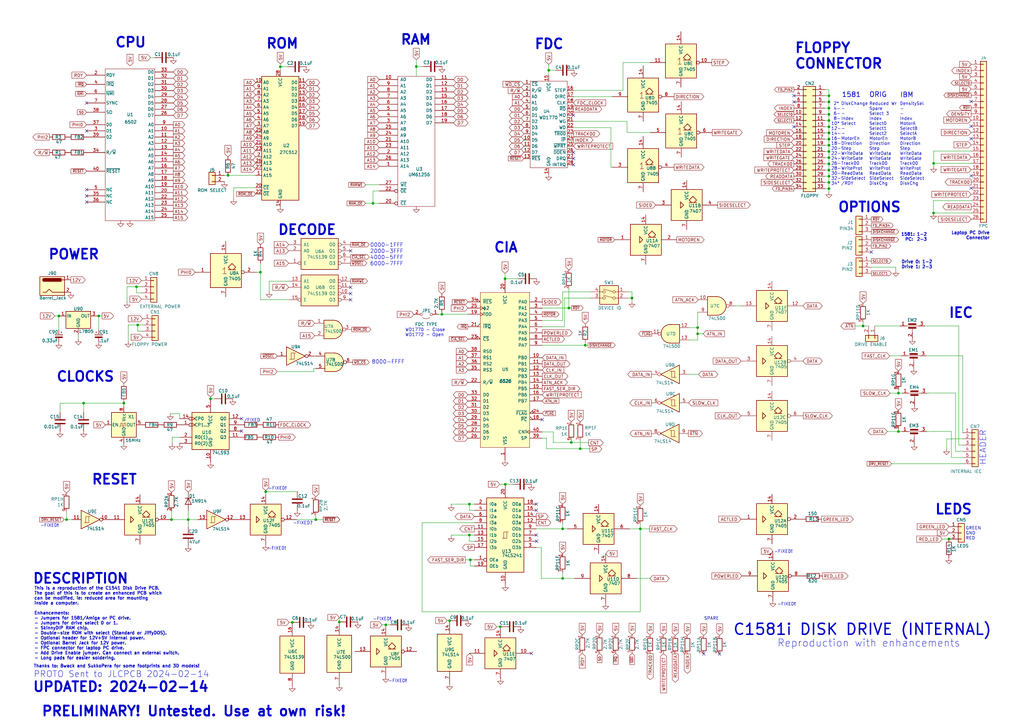
<source format=kicad_sch>
(kicad_sch (version 20250114) (generator "eeschema") (generator_version "9.0")
  (paper "A3")
  (title_block (title "C1581i Disk Drive PCB") (date "2025-09-16") (rev "V1.1") (company "Steve J. Gray"))
  (text "DECODE" (at 113.7158 96.774 0) (effects (font (size 4 4) (thickness 0.8) (bold yes)) (justify left bottom)))
  (text "UPDATED: 2024-02-14" (at 13.208 284.226 0) (effects (font (size 4 4) (thickness 0.8) (bold yes)) (justify left bottom)))
  (text "ORIG" (at 356.4128 40.1066 0) (effects (font (size 2 2) (thickness 0.254) (bold yes)) (justify left bottom)))
  (text "Drive 0: 1-2\nDrive 1: 2-3" (at 382.4478 110.3376 0) (effects (font (size 1.27 1.27) (bold yes)) (justify right bottom)))
  (text "PROTO Sent to JLCPCB 2024-02-14" (at 13.716 278.13 0) (effects (font (size 2.54 2.54)) (justify left bottom)))
  (text "Reduced Wr\nSpare\nSelect 3\nIndex\nSelect0\nSelect1\nSelect2\nMotorEn\nDirection\nStep\nWriteData\nWriteGate\nTrack00\nWriteProt\nReadData\nSideSelect\nDiskChg\n" (at 356.4636 76.1238 0) (effects (font (size 1.27 1.27)) (justify left bottom)))
  (text "-FIXED!" (at 113.792 200.406 0) (effects (font (size 1.27 1.27))))
  (text " 2*\n 4-\n 6-\n 8-\n10*\n12-\n14-\n16-\n18-\n20-\n22-\n24-\n26-\n28-\n30-\n32-\n34*\n" (at 340.868 76.0984 0) (effects (font (size 1.27 1.27)) (justify left bottom)))
  (text "8000-FFFF\n" (at 152.4254 149.479 0) (effects (font (size 1.58 1.58)) (justify left bottom)))
  (text "DiskChange\n-\n-\nIndex\nSelect\n-\n-\nMotorEn\nDirection\nStep\nWriteData\nWriteGate\nTrack00\nWriteProt\nReadData\nSideSelect\n/RDY\n" (at 344.932 76.0984 0) (effects (font (size 1.27 1.27)) (justify left bottom)))
  (text "-FIXED?" (at 124.206 214.63 0) (effects (font (size 1.27 1.27))))
  (text "CLOCKS" (at 22.86 156.972 0) (effects (font (size 4 4) (thickness 0.8) (bold yes)) (justify left bottom)))
  (text "POWER" (at 19.558 106.8324 0) (effects (font (size 4 4) (thickness 0.8) (bold yes)) (justify left bottom)))
  (text "0000-1FFF\n2000-3FFF\n4000-5FFF\n6000-7FFF" (at 151.7396 109.1946 0) (effects (font (size 1.58 1.58)) (justify left bottom)))
  (text "ROM" (at 108.8898 20.3708 0) (effects (font (size 4 4) (thickness 0.8) (bold yes)) (justify left bottom)))
  (text "/FIXED" (at 103.378 172.466 0) (effects (font (size 1.27 1.27))))
  (text "HEADER" (at 404.622 191.008 90) (effects (font (size 2.54 2.54)) (justify left bottom)))
  (text "CIA" (at 202.311 104.013 0) (effects (font (size 4 4) (thickness 0.8) (bold yes)) (justify left bottom)))
  (text "Laptop PC Drive\nConnector" (at 406.019 98.425 0) (effects (font (size 1.27 1.27) (bold yes)) (justify right bottom)))
  (text "LEDS" (at 383.2352 211.4042 0) (effects (font (size 4 4) (thickness 0.8) (bold yes)) (justify left bottom)))
  (text "RESET" (at 37.338 199.136 0) (effects (font (size 4 4) (thickness 0.8) (bold yes)) (justify left bottom)))
  (text "DensitySel\n-\n-\nIndex\nMotorA\nSelectB\nSelectA\nMotorB\nDirection\nStep\nWriteData\nWriteGate\nTrack00\nWriteProt\nReadData\nSideSelect\nDiskChg\n" (at 369.0112 76.1238 0) (effects (font (size 1.27 1.27)) (justify left bottom)))
  (text "RAM" (at 164.0332 18.7706 0) (effects (font (size 4 4) (thickness 0.8) (bold yes)) (justify left bottom)))
  (text "This is a reproduction of the C1541 Disk Drive PCB.\nThe goal of this is to create an enhanced PCB which\ncan be modified, ie: reduced area for mounting \ninside a computer.\n\nEnhancements:\n- Jumpers for 1581/Amiga or PC drive.\n- Jumpers for drive select 0 or 1.\n- SkinnyDIP RAM chip.\n- Double-size ROM with select (Standard or JiffyDOS).\n- Optional header for 12V+5V internal power.\n- Optional Barrel Jack for 12V power.\n- FPC connector for laptop PC drive.\n- Add Drive Enable jumper. Can connect an external switch.\n- Long pads for easier soldering.\n" (at 13.97 270.764 0) (effects (font (size 1.27 1.27) (bold yes)) (justify left bottom)))
  (text "FLOPPY\nCONNECTOR" (at 325.755 28.6004 0) (effects (font (size 4 4) (thickness 0.8) (bold yes)) (justify left bottom)))
  (text "1581" (at 345.186 40.1574 0) (effects (font (size 2 2) (thickness 0.254) (bold yes)) (justify left bottom)))
  (text "IBM" (at 369.1382 40.2082 0) (effects (font (size 2 2) (thickness 0.254) (bold yes)) (justify left bottom)))
  (text "C1581i DISK DRIVE (INTERNAL)" (at 300.482 260.9596 0) (effects (font (size 4.5 4.5) (thickness 0.6) (bold yes)) (justify left bottom)))
  (text "CPU" (at 46.9646 19.8882 0) (effects (font (size 4 4) (thickness 0.8) (bold yes)) (justify left bottom)))
  (text "PRELIMINARY! Untested. Use at own risk!" (at 16.8148 294.2082 0) (effects (font (size 4 4) (thickness 0.8) (bold yes)) (justify left bottom)))
  (text "-FIXED!" (at 113.538 225.044 0) (effects (font (size 1.27 1.27))))
  (text "Thanks to: Bwack and SukkoPera for some footprints and 3D models!\n" (at 13.716 274.066 0) (effects (font (size 1.27 1.27) (bold yes)) (justify left bottom)))
  (text "1581: 1-2\nPC:	2-3" (at 380.2634 99.06 0) (effects (font (size 1.27 1.27) (bold yes)) (justify right bottom)))
  (text "DESCRIPTION" (at 13.208 239.776 0) (effects (font (size 4 4) (thickness 0.8) (bold yes)) (justify left bottom)))
  (text "OPTIONS" (at 343.4334 87.4522 0) (effects (font (size 4 4) (thickness 0.8) (bold yes)) (justify left bottom)))
  (text "GREEN\nGND\nRED" (at 396.0368 221.5896 0) (effects (font (size 1.27 1.27)) (justify left bottom)))
  (text "-FIXED!" (at 322.58 247.904 0) (effects (font (size 1.27 1.27))))
  (text "SPARE" (at 288.7218 254.5334 0) (effects (font (size 1.27 1.27)) (justify left bottom)))
  (text "FDC" (at 218.948 20.574 0) (effects (font (size 4 4) (thickness 0.8) (bold yes)) (justify left bottom)))
  (text "-FIXED!" (at 163.068 279.4 0) (effects (font (size 1.27 1.27))))
  (text "Reproduction with enhancements" (at 318.7192 265.6586 0) (effects (font (size 3 3)) (justify left bottom)))
  (text "-FIXED!" (at 20.32 215.646 0) (effects (font (size 1.27 1.27))))
  (text "-FIXED!" (at 156.718 254 0) (effects (font (size 1.27 1.27))))
  (text "-FIXED!" (at 321.31 226.314 0) (effects (font (size 1.27 1.27))))
  (text "WD1770 - Close\nWD1772 - Open" (at 166.1414 138.2014 0) (effects (font (size 1.27 1.27)) (justify left bottom)))
  (text "IEC" (at 388.874 130.81 0) (effects (font (size 4 4) (thickness 0.8) (bold yes)) (justify left bottom)))
  (junction (at 158.242 256.286))
  (junction (at 339.979 54.5084))
  (junction (at 27.305 213.106))
  (junction (at 339.979 64.6684))
  (junction (at 114.9858 27.3558))
  (junction (at 339.979 69.7484))
  (junction (at 129.54 213.106))
  (junction (at 70.358 213.106))
  (junction (at 181.229 128.905))
  (junction (at 205.232 257.048))
  (junction (at 339.979 46.8884))
  (junction (at 50.8 165.354))
  (junction (at 339.979 72.2884))
  (junction (at 339.979 41.8084))
  (junction (at 262.636 216.916))
  (junction (at 225.044 28.829))
  (junction (at 382.9304 67.0306))
  (junction (at 353.9744 133.7056))
  (junction (at 93.5228 71.9328))
  (junction (at 339.979 59.5884))
  (junction (at 40.4876 129.5908))
  (junction (at 339.979 62.1284))
  (junction (at 207.264 198.628))
  (junction (at 77.216 213.106))
  (junction (at 339.979 39.2684))
  (junction (at 339.979 74.8284))
  (junction (at 286.131 134.366))
  (junction (at 108.966 201.676))
  (junction (at 339.979 67.2084))
  (junction (at 56.4896 133.2738))
  (junction (at 368.5032 161.2392))
  (junction (at 106.8324 111.633))
  (junction (at 192.532 206.756))
  (junction (at 339.979 57.0484))
  (junction (at 170.7642 27.2796))
  (junction (at 184.404 254.5588))
  (junction (at 339.979 77.3684))
  (junction (at 237.998 184.023))
  (junction (at 240.03 141.605))
  (junction (at 382.8796 87.376))
  (junction (at 339.979 44.3484))
  (junction (at 119.888 255.27))
  (junction (at 86.36 163.576))
  (junction (at 389.1788 221.0816))
  (junction (at 55.9816 117.602))
  (junction (at 339.979 49.4284))
  (junction (at 192.532 219.456))
  (junction (at 230.759 237.236))
  (junction (at 139.1666 255.0922))
  (junction (at 34.29 165.354))
  (junction (at 230.759 216.916))
  (junction (at 192.913 229.616))
  (junction (at 368.5032 176.9872))
  (junction (at 207.137 114.3))
  (junction (at 233.3244 126.3396))
  (junction (at 286.131 136.906))
  (junction (at 24.13 129.5908))
  (junction (at 259.207 122.2502))
  (junction (at 234.315 181.483))
  (junction (at 152.9842 83.4136))
  (junction (at 339.979 51.9684))
  (no_connect (at 235.204 65.024))
  (no_connect (at 220.091 221.996))
  (no_connect (at 143.7894 120.396))
  (no_connect (at 35.5346 53.6702))
  (no_connect (at 235.204 47.244))
  (no_connect (at 143.7894 117.856))
  (no_connect (at 99.06 171.704))
  (no_connect (at 325.628 41.8084))
  (no_connect (at 35.5346 42.2402))
  (no_connect (at 219.964 209.296))
  (no_connect (at 288.6456 268.1986))
  (no_connect (at 398.2974 41.6306))
  (no_connect (at 235.204 62.484))
  (no_connect (at 398.2974 77.1906))
  (no_connect (at 35.5346 82.8802))
  (no_connect (at 99.06 176.784))
  (no_connect (at 219.964 206.756))
  (no_connect (at 219.964 219.456))
  (no_connect (at 235.204 67.564))
  (no_connect (at 143.7894 102.87))
  (no_connect (at 398.2974 51.7906))
  (no_connect (at 143.7894 122.936))
  (no_connect (at 325.628 39.2684))
  (no_connect (at 222.377 172.085))
  (no_connect (at 295.148 268.224))
  (no_connect (at 35.5346 80.3402))
  (no_connect (at 398.2974 72.1106))
  (no_connect (at 217.932 267.97))
  (no_connect (at 325.628 51.9684))
  (no_connect (at 357.378 103.378))
  (no_connect (at 398.2974 56.8706))
  (no_connect (at 35.5346 77.8002))
  (wire (pts (xy 70.358 213.106) (xy 77.216 213.106)))
  (wire (pts (xy 338.328 77.3684) (xy 339.979 77.3684)))
  (wire (pts (xy 106.9594 122.936) (xy 118.3894 122.936)))
  (wire (pts (xy 22.479 129.5908) (xy 24.13 129.5908)))
  (wire (pts (xy 86.36 163.576) (xy 87.884 163.576)))
  (wire (pts (xy 368.5032 175.8442) (xy 368.5032 176.9872)))
  (wire (pts (xy 173.6852 27.2796) (xy 170.7642 27.2796)))
  (wire (pts (xy 192.532 206.756) (xy 194.564 206.756)))
  (wire (pts (xy 181.229 128.905) (xy 181.229 128.143)))
  (wire (pts (xy 382.8796 87.376) (xy 383.032 87.376)))
  (wire (pts (xy 226.949 181.483) (xy 226.949 177.165)))
  (wire (pts (xy 241.427 181.61) (xy 241.3 181.61)))
  (wire (pts (xy 394.843 145.9484) (xy 394.843 177.4698)))
  (wire (pts (xy 56.4896 133.2738) (xy 58.5216 133.2738)))
  (wire (pts (xy 339.979 54.5084) (xy 339.979 57.0484)))
  (wire (pts (xy 160.02 256.286) (xy 158.242 256.286)))
  (wire (pts (xy 226.949 177.165) (xy 222.377 177.165)))
  (wire (pts (xy 86.36 163.576) (xy 86.36 164.084)))
  (wire (pts (xy 382.8542 82.296) (xy 382.8542 87.376)))
  (wire (pts (xy 286.131 139.446) (xy 286.131 136.906)))
  (wire (pts (xy 234.315 180.594) (xy 234.315 181.483)))
  (wire (pts (xy 27.305 213.106) (xy 29.464 213.106)))
  (wire (pts (xy 192.532 219.456) (xy 194.564 219.456)))
  (wire (pts (xy 205.232 278.13) (xy 205.486 278.13)))
  (wire (pts (xy 231.521 122.2502) (xy 242.189 122.2502)))
  (wire (pts (xy 388.239 145.923) (xy 394.7668 145.923)))
  (wire (pts (xy 114.9858 26.2128) (xy 114.9858 27.3558)))
  (wire (pts (xy 192.532 209.296) (xy 194.564 209.296)))
  (wire (pts (xy 398.2974 61.9506) (xy 382.9304 61.9506)))
  (wire (pts (xy 338.328 49.4284) (xy 339.979 49.4284)))
  (wire (pts (xy 391.8966 185.0898) (xy 394.843 185.0898)))
  (wire (pts (xy 339.979 36.7284) (xy 339.979 39.2684)))
  (wire (pts (xy 339.979 41.8084) (xy 339.979 44.3484)))
  (wire (pts (xy 225.044 28.829) (xy 227.838 28.829)))
  (wire (pts (xy 339.979 59.5884) (xy 339.979 62.1284)))
  (wire (pts (xy 350.6724 133.7056) (xy 353.9744 133.7056)))
  (wire (pts (xy 262.636 216.916) (xy 262.636 250.952)))
  (wire (pts (xy 286.512 153.543) (xy 282.448 153.543)))
  (wire (pts (xy 156.718 256.286) (xy 158.242 256.286)))
  (wire (pts (xy 235.204 49.784) (xy 257.175 49.784)))
  (wire (pts (xy 365.0742 161.2392) (xy 368.5032 161.2392)))
  (wire (pts (xy 207.264 198.628) (xy 210.312 198.628)))
  (wire (pts (xy 230.759 234.696) (xy 230.759 237.236)))
  (wire (pts (xy 52.0954 117.602) (xy 55.9816 117.602)))
  (wire (pts (xy 380.9238 161.1884) (xy 391.8966 161.1884)))
  (wire (pts (xy 240.03 141.605) (xy 222.377 141.605)))
  (wire (pts (xy 380.0602 176.9872) (xy 382.6256 176.9872)))
  (wire (pts (xy 233.3244 126.3396) (xy 222.377 126.3396)))
  (wire (pts (xy 129.54 211.328) (xy 129.54 213.106)))
  (wire (pts (xy 110.3884 115.316) (xy 118.3894 115.316)))
  (wire (pts (xy 105.3084 111.633) (xy 106.8324 111.633)))
  (wire (pts (xy 192.532 209.296) (xy 192.532 206.756)))
  (wire (pts (xy 387.3754 221.0816) (xy 389.1788 221.0816)))
  (wire (pts (xy 394.081 190.1698) (xy 394.843 190.1698)))
  (wire (pts (xy 339.979 62.1284) (xy 339.979 64.6684)))
  (wire (pts (xy 224.155 184.023) (xy 224.155 179.705)))
  (wire (pts (xy 339.979 72.2884) (xy 339.979 74.8284)))
  (wire (pts (xy 181.229 128.905) (xy 191.897 128.905)))
  (wire (pts (xy 55.9816 120.142) (xy 55.9816 117.602)))
  (wire (pts (xy 250.571 68.58) (xy 251.079 68.58)))
  (wire (pts (xy 70.358 209.55) (xy 70.358 213.106)))
  (wire (pts (xy 73.66 171.704) (xy 73.66 169.672)))
  (wire (pts (xy 108.966 201.168) (xy 108.966 201.676)))
  (wire (pts (xy 219.964 224.536) (xy 221.996 224.536)))
  (wire (pts (xy 106.8324 111.633) (xy 106.8324 122.809)))
  (wire (pts (xy 193.04 268.0208) (xy 192.5828 268.0208)))
  (wire (pts (xy 234.315 181.483) (xy 226.949 181.483)))
  (wire (pts (xy 170.7642 24.4856) (xy 170.7642 27.2796)))
  (wire (pts (xy 382.9304 67.0306) (xy 382.9304 68.1736)))
  (wire (pts (xy 259.207 122.2502) (xy 259.207 119.7102)))
  (wire (pts (xy 237.998 184.023) (xy 224.155 184.023)))
  (wire (pts (xy 224.155 179.705) (xy 222.377 179.705)))
  (wire (pts (xy 139.1666 255.0922) (xy 139.1666 255.4478)))
  (wire (pts (xy 205.232 257.048) (xy 205.994 257.048)))
  (wire (pts (xy 173.101 214.376) (xy 173.101 250.952)))
  (wire (pts (xy 184.404 254.5588) (xy 184.404 255.016)))
  (wire (pts (xy 286.131 134.366) (xy 282.575 134.366)))
  (wire (pts (xy 93.5228 71.9582) (xy 93.5228 71.9328)))
  (wire (pts (xy 192.532 267.97) (xy 193.04 267.97)))
  (wire (pts (xy 387.3754 221.107) (xy 387.3754 221.0816)))
  (wire (pts (xy 118.618 255.27) (xy 119.888 255.27)))
  (wire (pts (xy 353.9744 132.0546) (xy 353.9744 133.7056)))
  (wire (pts (xy 93.4974 71.9328) (xy 93.5228 71.9328)))
  (wire (pts (xy 339.979 51.9684) (xy 339.979 54.5084)))
  (wire (pts (xy 338.328 41.8084) (xy 339.979 41.8084)))
  (wire (pts (xy 61.722 23.622) (xy 63.5 23.622)))
  (wire (pts (xy 241.3 181.483) (xy 234.315 181.483)))
  (wire (pts (xy 383.0066 82.296) (xy 382.8542 82.296)))
  (wire (pts (xy 230.759 131.445) (xy 222.377 131.445)))
  (wire (pts (xy 390.525 180.0098) (xy 394.843 180.0098)))
  (wire (pts (xy 119.888 255.27) (xy 119.888 255.778)))
  (wire (pts (xy 262.636 214.884) (xy 262.636 216.916)))
  (wire (pts (xy 241.173 141.605) (xy 240.03 141.605)))
  (wire (pts (xy 173.101 250.952) (xy 262.636 250.952)))
  (wire (pts (xy 241.935 184.15) (xy 241.935 184.023)))
  (wire (pts (xy 40.4876 129.5908) (xy 41.8592 129.5908)))
  (wire (pts (xy 339.979 49.4284) (xy 339.979 51.9684)))
  (wire (pts (xy 50.8 165.354) (xy 50.8 166.624)))
  (wire (pts (xy 257.175 54.356) (xy 257.175 49.784)))
  (wire (pts (xy 266.5222 237.236) (xy 261.112 237.236)))
  (wire (pts (xy 241.3 181.61) (xy 241.3 181.483)))
  (wire (pts (xy 383.0066 82.2706) (xy 398.2974 82.2706)))
  (wire (pts (xy 394.7668 145.923) (xy 394.7668 145.9484)))
  (wire (pts (xy 339.979 57.0484) (xy 339.979 59.5884)))
  (wire (pts (xy 132.588 213.106) (xy 129.54 213.106)))
  (wire (pts (xy 234.4166 126.3396) (xy 233.3244 126.3396)))
  (wire (pts (xy 259.207 119.7102) (xy 257.429 119.7102)))
  (wire (pts (xy 338.328 46.8884) (xy 339.979 46.8884)))
  (wire (pts (xy 353.9744 133.7056) (xy 356.2604 133.7056)))
  (wire (pts (xy 266.5222 237.2868) (xy 266.5222 237.236)))
  (wire (pts (xy 114.9858 27.3558) (xy 118.0338 27.3558)))
  (wire (pts (xy 70.104 213.106) (xy 70.358 213.106)))
  (wire (pts (xy 339.979 77.3684) (xy 339.979 78.6384)))
  (wire (pts (xy 108.966 201.676) (xy 108.966 202.946)))
  (wire (pts (xy 139.192 253.238) (xy 139.192 253.492)))
  (wire (pts (xy 339.979 67.2084) (xy 339.979 69.7484)))
  (wire (pts (xy 368.5032 159.7152) (xy 368.5032 161.2392)))
  (wire (pts (xy 70.612 179.324) (xy 73.66 179.324)))
  (wire (pts (xy 207.137 114.3) (xy 212.471 114.3)))
  (wire (pts (xy 394.7668 145.9484) (xy 394.843 145.9484)))
  (wire (pts (xy 380.9238 161.2392) (xy 380.9238 161.1884)))
  (wire (pts (xy 390.2202 187.6298) (xy 394.843 187.6298)))
  (wire (pts (xy 152.9842 83.4136) (xy 152.9842 78.3336)))
  (wire (pts (xy 39.751 129.5908) (xy 40.4876 129.5908)))
  (wire (pts (xy 205.486 278.13) (xy 205.486 278.1808)))
  (wire (pts (xy 257.175 54.356) (xy 266.7 54.356)))
  (wire (pts (xy 364.8964 145.9484) (xy 369.7224 145.9484)))
  (wire (pts (xy 158.242 256.286) (xy 158.242 257.048)))
  (wire (pts (xy 128.6764 151.13) (xy 128.6764 152.4)))
  (wire (pts (xy 235.204 54.864) (xy 235.331 54.864)))
  (wire (pts (xy 24.13 129.5908) (xy 24.13 135.2804)))
  (wire (pts (xy 58.5216 135.8138) (xy 56.4896 135.8138)))
  (wire (pts (xy 95.8088 77.0128) (xy 95.8088 81.4578)))
  (wire (pts (xy 338.328 74.8284) (xy 339.979 74.8284)))
  (wire (pts (xy 338.328 62.1284) (xy 339.979 62.1284)))
  (wire (pts (xy 32.131 137.2108) (xy 32.131 138.938)))
  (wire (pts (xy 50.8 165.354) (xy 34.29 165.354)))
  (wire (pts (xy 368.5032 161.2392) (xy 370.0272 161.2392)))
  (wire (pts (xy 40.4876 129.5908) (xy 40.4876 135.2804)))
  (wire (pts (xy 192.532 221.996) (xy 194.564 221.996)))
  (wire (pts (xy 152.9842 78.3336) (xy 155.5242 78.3336)))
  (wire (pts (xy 230.759 119.7102) (xy 242.189 119.7102)))
  (wire (pts (xy 329.311 170.561) (xy 329.438 170.561)))
  (wire (pts (xy 250.571 68.58) (xy 250.571 52.324)))
  (wire (pts (xy 193.04 267.97) (xy 193.04 268.0208)))
  (wire (pts (xy 205.486 278.1808) (xy 205.2828 278.1808)))
  (wire (pts (xy 207.137 114.3) (xy 207.137 114.935)))
  (wire (pts (xy 149.9362 75.7936) (xy 155.5242 75.7936)))
  (wire (pts (xy 231.521 122.2502) (xy 231.521 133.985)))
  (wire (pts (xy 382.6256 176.9618) (xy 390.2202 176.9618)))
  (wire (pts (xy 192.532 219.456) (xy 185.039 219.456)))
  (wire (pts (xy 382.8542 87.376) (xy 382.8796 87.376)))
  (wire (pts (xy 259.207 122.2502) (xy 259.207 123.5202)))
  (wire (pts (xy 205.232 257.048) (xy 205.232 257.81)))
  (wire (pts (xy 225.044 28.829) (xy 225.044 30.734)))
  (wire (pts (xy 149.9362 83.4136) (xy 152.9842 83.4136)))
  (wire (pts (xy 257.429 122.2502) (xy 259.207 122.2502)))
  (wire (pts (xy 382.9304 67.0306) (xy 398.2974 67.0306)))
  (wire (pts (xy 394.081 190.1952) (xy 394.081 190.1698)))
  (wire (pts (xy 139.192 253.492) (xy 139.1666 253.492)))
  (wire (pts (xy 286.131 136.906) (xy 288.417 136.906)))
  (wire (pts (xy 204.978 198.628) (xy 207.264 198.628)))
  (wire (pts (xy 222.377 126.3396) (xy 222.377 126.365)))
  (wire (pts (xy 219.964 216.916) (xy 230.759 216.916)))
  (wire (pts (xy 93.5228 71.9328) (xy 104.8258 71.9328)))
  (wire (pts (xy 363.9312 176.9872) (xy 368.5032 176.9872)))
  (wire (pts (xy 367.4364 109.5756) (xy 357.4288 109.5756)))
  (wire (pts (xy 80.0354 111.633) (xy 79.9084 111.633)))
  (wire (pts (xy 258.191 216.916) (xy 262.636 216.916)))
  (wire (pts (xy 52.6034 133.2738) (xy 56.4896 133.2738)))
  (wire (pts (xy 52.6034 139.8778) (xy 52.6034 133.2738)))
  (wire (pts (xy 77.216 213.106) (xy 77.216 216.154)))
  (wire (pts (xy 129.4384 151.13) (xy 128.6764 151.13)))
  (wire (pts (xy 266.5222 237.2868) (xy 266.5476 237.2868)))
  (wire (pts (xy 338.328 69.7484) (xy 339.979 69.7484)))
  (wire (pts (xy 240.03 140.462) (xy 240.03 141.605)))
  (wire (pts (xy 380.9238 161.2392) (xy 380.1872 161.2392)))
  (wire (pts (xy 255.524 25.654) (xy 266.573 25.654)))
  (wire (pts (xy 56.4896 135.8138) (xy 56.4896 133.2738)))
  (wire (pts (xy 286.131 136.906) (xy 286.131 134.366)))
  (wire (pts (xy 185.039 206.756) (xy 185.039 207.01)))
  (wire (pts (xy 77.216 209.423) (xy 77.216 213.106)))
  (wire (pts (xy 382.6256 176.9618) (xy 382.6256 176.9872)))
  (wire (pts (xy 338.328 36.7284) (xy 339.979 36.7284)))
  (wire (pts (xy 339.979 69.7484) (xy 339.979 72.2884)))
  (wire (pts (xy 114.9858 27.3558) (xy 114.9858 28.7528)))
  (wire (pts (xy 128.9304 146.05) (xy 129.4384 146.05)))
  (wire (pts (xy 203.708 257.048) (xy 205.232 257.048)))
  (wire (pts (xy 231.521 133.985) (xy 222.377 133.985)))
  (wire (pts (xy 382.9304 61.9506) (xy 382.9304 67.0306)))
  (wire (pts (xy 110.3884 119.507) (xy 110.3884 115.316)))
  (wire (pts (xy 184.404 254.508) (xy 184.404 254.5588)))
  (wire (pts (xy 113.6904 152.4) (xy 128.6764 152.4)))
  (wire (pts (xy 383.032 87.376) (xy 383.032 87.3506)))
  (wire (pts (xy 207.264 198.628) (xy 207.264 199.136)))
  (wire (pts (xy 155.5242 83.4136) (xy 152.9842 83.4136)))
  (wire (pts (xy 339.979 74.8284) (xy 339.979 77.3684)))
  (wire (pts (xy 106.9594 122.809) (xy 106.9594 122.936)))
  (wire (pts (xy 233.3244 118.364) (xy 233.3244 126.3396)))
  (wire (pts (xy 388.239 145.923) (xy 388.239 145.9484)))
  (wire (pts (xy 183.388 254.508) (xy 184.404 254.508)))
  (wire (pts (xy 52.0954 123.8504) (xy 52.0954 117.602)))
  (wire (pts (xy 230.759 216.916) (xy 232.791 216.916)))
  (wire (pts (xy 237.998 180.594) (xy 237.998 184.023)))
  (wire (pts (xy 255.524 37.084) (xy 255.524 25.654)))
  (wire (pts (xy 50.8 164.846) (xy 50.8 165.354)))
  (wire (pts (xy 34.29 165.354) (xy 24.638 165.354)))
  (wire (pts (xy 190.881 229.616) (xy 192.913 229.616)))
  (wire (pts (xy 192.913 232.156) (xy 192.913 229.616)))
  (wire (pts (xy 139.1666 253.492) (xy 139.1666 255.0922)))
  (wire (pts (xy 383.0066 82.296) (xy 383.0066 82.2706)))
  (wire (pts (xy 77.216 213.106) (xy 81.026 213.106)))
  (wire (pts (xy 24.638 165.354) (xy 24.638 169.164)))
  (wire (pts (xy 58.0136 120.142) (xy 55.9816 120.142)))
  (wire (pts (xy 106.8324 107.95) (xy 106.8324 111.633)))
  (wire (pts (xy 282.575 139.446) (xy 286.131 139.446)))
  (wire (pts (xy 86.36 162.814) (xy 86.36 163.576)))
  (wire (pts (xy 179.9082 128.9558) (xy 181.229 128.9558)))
  (wire (pts (xy 192.913 229.616) (xy 194.564 229.616)))
  (wire (pts (xy 383.032 87.3506) (xy 398.2974 87.3506)))
  (wire (pts (xy 185.039 219.456) (xy 185.039 219.71)))
  (wire (pts (xy 338.328 54.5084) (xy 339.979 54.5084)))
  (wire (pts (xy 73.66 169.672) (xy 69.85 169.672)))
  (wire (pts (xy 230.759 214.376) (xy 230.759 216.916)))
  (wire (pts (xy 194.564 214.376) (xy 173.101 214.376)))
  (wire (pts (xy 235.204 37.084) (xy 255.524 37.084)))
  (wire (pts (xy 26.289 213.106) (xy 27.305 213.106)))
  (wire (pts (xy 391.8966 161.1884) (xy 391.8966 185.0898)))
  (wire (pts (xy 339.979 46.8884) (xy 339.979 49.4284)))
  (wire (pts (xy 235.204 52.324) (xy 250.571 52.324)))
  (wire (pts (xy 358.8004 133.7056) (xy 369.1382 133.7056)))
  (wire (pts (xy 339.979 44.3484) (xy 339.979 46.8884)))
  (wire (pts (xy 388.239 180.0352) (xy 388.239 183.9722)))
  (wire (pts (xy 338.328 57.0484) (xy 339.979 57.0484)))
  (wire (pts (xy 70.612 181.864) (xy 70.612 179.324)))
  (wire (pts (xy 393.2682 133.7056) (xy 393.2682 182.5498)))
  (wire (pts (xy 390.525 180.0352) (xy 390.525 180.0098)))
  (wire (pts (xy 338.328 44.3484) (xy 339.979 44.3484)))
  (wire (pts (xy 286.131 128.016) (xy 286.385 128.016)))
  (wire (pts (xy 221.996 224.536) (xy 221.996 237.236)))
  (wire (pts (xy 104.8258 77.0128) (xy 95.8088 77.0128)))
  (wire (pts (xy 386.461 221.107) (xy 387.3754 221.107)))
  (wire (pts (xy 192.532 206.756) (xy 185.039 206.756)))
  (wire (pts (xy 339.979 64.6684) (xy 339.979 67.2084)))
  (wire (pts (xy 379.2982 133.7056) (xy 393.2682 133.7056)))
  (wire (pts (xy 338.328 64.6684) (xy 339.979 64.6684)))
  (wire (pts (xy 230.759 237.236) (xy 235.712 237.236)))
  (wire (pts (xy 106.8324 122.809) (xy 106.9594 122.809)))
  (wire (pts (xy 241.935 184.023) (xy 237.998 184.023)))
  (wire (pts (xy 338.328 59.5884) (xy 339.979 59.5884)))
  (wire (pts (xy 24.13 129.5908) (xy 24.511 129.5908)))
  (wire (pts (xy 365.6584 190.1952) (xy 394.081 190.1952)))
  (wire (pts (xy 207.137 112.141) (xy 207.137 114.3)))
  (wire (pts (xy 181.229 128.9558) (xy 181.229 128.905)))
  (wire (pts (xy 286.131 134.366) (xy 286.131 128.016)))
  (wire (pts (xy 108.966 201.676) (xy 121.92 201.676)))
  (wire (pts (xy 92.0496 71.9582) (xy 93.5228 71.9582)))
  (wire (pts (xy 367.4364 110.8202) (xy 367.4364 109.5756)))
  (wire (pts (xy 338.328 67.2084) (xy 339.979 67.2084)))
  (wire (pts (xy 121.666 213.106) (xy 129.54 213.106)))
  (wire (pts (xy 27.305 209.804) (xy 27.305 213.106)))
  (wire (pts (xy 368.5032 176.9872) (xy 369.9002 176.9872)))
  (wire (pts (xy 393.2682 182.5498) (xy 394.843 182.5498)))
  (wire (pts (xy 230.759 119.7102) (xy 230.759 131.445)))
  (wire (pts (xy 194.564 232.156) (xy 192.913 232.156)))
  (wire (pts (xy 262.636 216.916) (xy 266.446 216.916)))
  (wire (pts (xy 170.7642 27.2796) (xy 170.7642 31.3436)))
  (wire (pts (xy 338.328 72.2884) (xy 339.979 72.2884)))
  (wire (pts (xy 338.328 39.2684) (xy 339.979 39.2684)))
  (wire (pts (xy 225.044 26.416) (xy 225.044 28.829)))
  (wire (pts (xy 192.532 221.996) (xy 192.532 219.456)))
  (wire (pts (xy 235.204 39.624) (xy 251.079 39.624)))
  (wire (pts (xy 388.239 180.0352) (xy 390.525 180.0352)))
  (wire (pts (xy 34.29 165.354) (xy 34.29 169.164)))
  (wire (pts (xy 388.239 145.9484) (xy 379.8824 145.9484)))
  (wire (pts (xy 55.9816 117.602) (xy 58.0136 117.602)))
  (wire (pts (xy 221.996 237.236) (xy 230.759 237.236)))
  (wire (pts (xy 301.625 125.476) (xy 303.911 125.476)))
  (wire (pts (xy 339.979 39.2684) (xy 339.979 41.8084)))
  (wire (pts (xy 338.328 51.9684) (xy 339.979 51.9684)))
  (wire (pts (xy 390.2202 176.9618) (xy 390.2202 187.6298)))
  (global_label "~{FLAG}" (shape output) (at 267.335 136.906 180) (effects (font (size 1 1))) (property "Intersheetrefs" "${INTERSHEET_REFS}" (effects (hide yes))))
  (global_label "5V" (shape input) (at 129.54 203.708 90) (property "Intersheetrefs" "${INTERSHEET_REFS}" (effects (hide yes))))
  (global_label "DIRECTION" (shape input) (at 398.2974 54.3306 180) (property "Intersheetrefs" "${INTERSHEET_REFS}" (effects (hide yes))))
  (global_label "S0" (shape input) (at 35.5346 46.0502 180) (effects (font (size 1 1))) (property "Intersheetrefs" "${INTERSHEET_REFS}" (effects (hide yes))))
  (global_label "D1" (shape bidirectional) (at 191.897 164.465 180) (property "Intersheetrefs" "${INTERSHEET_REFS}" (effects (hide yes))))
  (global_label "A8" (shape output) (at 71.0946 71.4502 0) (property "Intersheetrefs" "${INTERSHEET_REFS}" (effects (hide yes))))
  (global_label "5V" (shape input) (at 86.36 162.814 90) (property "Intersheetrefs" "${INTERSHEET_REFS}" (effects (hide yes))))
  (global_label "5V" (shape input) (at 237.998 172.974 90) (property "Intersheetrefs" "${INTERSHEET_REFS}" (effects (hide yes))))
  (global_label "TRACK00" (shape output) (at 266.6746 268.097 270) (property "Intersheetrefs" "${INTERSHEET_REFS}" (effects (hide yes))))
  (global_label "R{slash}~{W}" (shape input) (at 118.3894 117.856 180) (property "Intersheetrefs" "${INTERSHEET_REFS}" (effects (hide yes))))
  (global_label "~{MOTOR}" (shape input) (at 252.1712 98.3234 180) (effects (font (size 1 1))) (property "Intersheetrefs" "${INTERSHEET_REFS}" (effects (hide yes))))
  (global_label "WRITEDATA" (shape input) (at 398.2974 64.4906 180) (property "Intersheetrefs" "${INTERSHEET_REFS}" (effects (hide yes))))
  (global_label "D4" (shape bidirectional) (at 186.0042 42.7736 0) (property "Intersheetrefs" "${INTERSHEET_REFS}" (effects (hide yes))))
  (global_label "5V" (shape input) (at 114.9858 26.2128 90) (property "Intersheetrefs" "${INTERSHEET_REFS}" (effects (hide yes))))
  (global_label "SIDESELECT" (shape input) (at 398.2974 89.8906 180) (property "Intersheetrefs" "${INTERSHEET_REFS}" (effects (hide yes))))
  (global_label "D6" (shape bidirectional) (at 191.897 177.165 180) (property "Intersheetrefs" "${INTERSHEET_REFS}" (effects (hide yes))))
  (global_label "A4" (shape input) (at 155.5242 42.7736 180) (property "Intersheetrefs" "${INTERSHEET_REFS}" (effects (hide yes))))
  (global_label "GREEN_LED" (shape output) (at 336.9564 212.9282 0) (property "Intersheetrefs" "${INTERSHEET_REFS}" (effects (hide yes))))
  (global_label "CNT" (shape output) (at 219.964 214.376 0) (property "Intersheetrefs" "${INTERSHEET_REFS}" (effects (hide yes))))
  (global_label "5V" (shape input) (at 27.305 202.184 90) (property "Intersheetrefs" "${INTERSHEET_REFS}" (effects (hide yes))))
  (global_label "RED_LED" (shape output) (at 337.312 236.22 0) (property "Intersheetrefs" "${INTERSHEET_REFS}" (effects (hide yes))))
  (global_label "D0" (shape bidirectional) (at 71.0946 29.5402 0) (property "Intersheetrefs" "${INTERSHEET_REFS}" (effects (hide yes))))
  (global_label "~{WD_CS}" (shape input) (at 214.884 34.544 180) (property "Intersheetrefs" "${INTERSHEET_REFS}" (effects (hide yes))))
  (global_label "A10" (shape input) (at 155.5242 58.0136 180) (property "Intersheetrefs" "${INTERSHEET_REFS}" (effects (hide yes))))
  (global_label "INDEX" (shape output) (at 398.2974 28.9306 180) (property "Intersheetrefs" "${INTERSHEET_REFS}" (effects (hide yes))))
  (global_label "CLK_IN" (shape input) (at 222.377 151.765 0) (property "Intersheetrefs" "${INTERSHEET_REFS}" (effects (hide yes))))
  (global_label "D5" (shape bidirectional) (at 186.0042 45.3136 0) (property "Intersheetrefs" "${INTERSHEET_REFS}" (effects (hide yes))))
  (global_label "GREEN_LED" (shape input) (at 389.1788 216.0016 180) (property "Intersheetrefs" "${INTERSHEET_REFS}" (effects (hide yes))))
  (global_label "12V" (shape input) (at 58.0136 115.062 180) (property "Intersheetrefs" "${INTERSHEET_REFS}" (effects (hide yes))))
  (global_label "~{IRQ}" (shape input) (at 252.5268 267.97 270) (effects (font (size 1 1))) (property "Intersheetrefs" "${INTERSHEET_REFS}" (effects (hide yes))))
  (global_label "~{RAMWE}" (shape output) (at 143.7894 115.316 0) (effects (font (size 1 1))) (property "Intersheetrefs" "${INTERSHEET_REFS}" (effects (hide yes))))
  (global_label "D3" (shape bidirectional) (at 186.0042 40.2336 0) (property "Intersheetrefs" "${INTERSHEET_REFS}" (effects (hide yes))))
  (global_label "D5" (shape bidirectional) (at 214.884 57.404 180) (property "Intersheetrefs" "${INTERSHEET_REFS}" (effects (hide yes))))
  (global_label "~{DRV_RESET}" (shape input) (at 365.6584 190.1952 180) (effects (font (size 1 1))) (property "Intersheetrefs" "${INTERSHEET_REFS}" (effects (hide yes))))
  (global_label "PHI0" (shape input) (at 80.0354 111.633 180) (property "Intersheetrefs" "${INTERSHEET_REFS}" (effects (hide yes))))
  (global_label "A3" (shape input) (at 104.8258 41.4528 180) (property "Intersheetrefs" "${INTERSHEET_REFS}" (effects (hide yes))))
  (global_label "A9" (shape input) (at 155.5242 55.4736 180) (property "Intersheetrefs" "${INTERSHEET_REFS}" (effects (hide yes))))
  (global_label "D7" (shape bidirectional) (at 191.897 179.705 180) (property "Intersheetrefs" "${INTERSHEET_REFS}" (effects (hide yes))))
  (global_label "A3" (shape output) (at 71.0946 58.7502 0) (property "Intersheetrefs" "${INTERSHEET_REFS}" (effects (hide yes))))
  (global_label "PHI2" (shape input) (at 113.6904 152.4 180) (property "Intersheetrefs" "${INTERSHEET_REFS}" (effects (hide yes))))
  (global_label "A9" (shape input) (at 104.8258 56.6928 180) (property "Intersheetrefs" "${INTERSHEET_REFS}" (effects (hide yes))))
  (global_label "5V" (shape input) (at 106.8324 100.33 90) (property "Intersheetrefs" "${INTERSHEET_REFS}" (effects (hide yes))))
  (global_label "INDEX" (shape output) (at 281.94 268.224 270) (property "Intersheetrefs" "${INTERSHEET_REFS}" (effects (hide yes))))
  (global_label "5V" (shape input) (at 353.9744 124.4346 90) (property "Intersheetrefs" "${INTERSHEET_REFS}" (effects (hide yes))))
  (global_label "A7" (shape input) (at 104.8258 51.6128 180) (property "Intersheetrefs" "${INTERSHEET_REFS}" (effects (hide yes))))
  (global_label "D7" (shape bidirectional) (at 214.884 62.484 180) (property "Intersheetrefs" "${INTERSHEET_REFS}" (effects (hide yes))))
  (global_label "~{RDY}" (shape output) (at 234.4166 126.3396 0) (effects (font (size 1 1))) (property "Intersheetrefs" "${INTERSHEET_REFS}" (effects (hide yes))))
  (global_label "5V" (shape input) (at 93.4974 64.3128 90) (property "Intersheetrefs" "${INTERSHEET_REFS}" (effects (hide yes))))
  (global_label "SELECT0" (shape output) (at 357.4288 107.0356 0) (effects (font (size 1 1))) (property "Intersheetrefs" "${INTERSHEET_REFS}" (effects (hide yes))))
  (global_label "A13" (shape input) (at 155.5242 65.6336 180) (property "Intersheetrefs" "${INTERSHEET_REFS}" (effects (hide yes))))
  (global_label "A3" (shape input) (at 191.897 151.765 180) (property "Intersheetrefs" "${INTERSHEET_REFS}" (effects (hide yes))))
  (global_label "FD_PIN34" (shape output) (at 357.4034 92.456 0) (effects (font (size 1 1))) (property "Intersheetrefs" "${INTERSHEET_REFS}" (effects (hide yes))))
  (global_label "5V" (shape input) (at 276.9616 260.604 90) (property "Intersheetrefs" "${INTERSHEET_REFS}" (effects (hide yes))))
  (global_label "D7" (shape bidirectional) (at 125.1458 51.6128 0) (effects (font (italic yes))) (property "Intersheetrefs" "${INTERSHEET_REFS}" (effects (hide yes))))
  (global_label "5V" (shape input) (at 234.315 172.974 90) (property "Intersheetrefs" "${INTERSHEET_REFS}" (effects (hide yes))))
  (global_label "READDATA" (shape output) (at 235.204 44.704 0) (property "Intersheetrefs" "${INTERSHEET_REFS}" (effects (hide yes))))
  (global_label "DATA" (shape bidirectional) (at 329.311 148.082 0) (property "Intersheetrefs" "${INTERSHEET_REFS}" (effects (hide yes))))
  (global_label "5V" (shape input) (at 230.759 206.756 90) (property "Intersheetrefs" "${INTERSHEET_REFS}" (effects (hide yes))))
  (global_label "A8" (shape input) (at 104.8258 54.1528 180) (property "Intersheetrefs" "${INTERSHEET_REFS}" (effects (hide yes))))
  (global_label "TRACK00" (shape output) (at 398.2974 74.6506 180) (property "Intersheetrefs" "${INTERSHEET_REFS}" (effects (hide yes))))
  (global_label "5V" (shape output) (at 41.8592 129.5908 0) (property "Intersheetrefs" "${INTERSHEET_REFS}" (effects (hide yes))))
  (global_label "5V" (shape input) (at 262.636 207.264 90) (property "Intersheetrefs" "${INTERSHEET_REFS}" (effects (hide yes))))
  (global_label "5V" (shape input) (at 53.3146 27.0002 90) (property "Intersheetrefs" "${INTERSHEET_REFS}" (effects (hide yes))))
  (global_label "D2" (shape bidirectional) (at 186.0042 37.6936 0) (property "Intersheetrefs" "${INTERSHEET_REFS}" (effects (hide yes))))
  (global_label "DATA" (shape bidirectional) (at 194.564 211.836 180) (property "Intersheetrefs" "${INTERSHEET_REFS}" (effects (hide yes))))
  (global_label "D7" (shape bidirectional) (at 71.0946 47.3202 0) (property "Intersheetrefs" "${INTERSHEET_REFS}" (effects (hide yes))))
  (global_label "DATA" (shape bidirectional) (at 266.5476 237.2868 0) (property "Intersheetrefs" "${INTERSHEET_REFS}" (effects (hide yes))))
  (global_label "~{CIA_SEL}" (shape output) (at 143.7894 105.41 0) (effects (font (size 1 1))) (property "Intersheetrefs" "${INTERSHEET_REFS}" (effects (hide yes))))
  (global_label "POWERLED" (shape output) (at 222.377 136.525 0) (property "Intersheetrefs" "${INTERSHEET_REFS}" (effects (hide yes))))
  (global_label "CLK_OUT" (shape input) (at 303.911 170.561 180) (property "Intersheetrefs" "${INTERSHEET_REFS}" (effects (hide yes))))
  (global_label "DENSITY" (shape output) (at 398.2974 46.7106 180) (property "Intersheetrefs" "${INTERSHEET_REFS}" (effects (hide yes))))
  (global_label "A9" (shape output) (at 71.0946 73.9902 0) (property "Intersheetrefs" "${INTERSHEET_REFS}" (effects (hide yes))))
  (global_label "SELECT0" (shape output) (at 325.628 46.8884 180) (effects (font (size 1 1))) (property "Intersheetrefs" "${INTERSHEET_REFS}" (effects (hide yes))))
  (global_label "A12" (shape input) (at 104.8258 64.3128 180) (property "Intersheetrefs" "${INTERSHEET_REFS}" (effects (hide yes))))
  (global_label "FD_PIN2" (shape output) (at 357.378 100.838 0) (effects (font (size 1 1))) (property "Intersheetrefs" "${INTERSHEET_REFS}" (effects (hide yes))))
  (global_label "A4" (shape output) (at 71.0946 61.2902 0) (property "Intersheetrefs" "${INTERSHEET_REFS}" (effects (hide yes))))
  (global_label "A5" (shape input) (at 155.5242 45.3136 180) (property "Intersheetrefs" "${INTERSHEET_REFS}" (effects (hide yes))))
  (global_label "A11" (shape output) (at 71.0946 79.0702 0) (property "Intersheetrefs" "${INTERSHEET_REFS}" (effects (hide yes))))
  (global_label "A0" (shape input) (at 104.8258 33.8328 180) (property "Intersheetrefs" "${INTERSHEET_REFS}" (effects (hide yes))))
  (global_label "~{WDSEL}" (shape output) (at 143.7894 107.95 0) (effects (font (size 1 1))) (property "Intersheetrefs" "${INTERSHEET_REFS}" (effects (hide yes))))
  (global_label "A3" (shape input) (at 155.5242 40.2336 180) (property "Intersheetrefs" "${INTERSHEET_REFS}" (effects (hide yes))))
  (global_label "DATA_IN" (shape input) (at 222.377 146.685 0) (property "Intersheetrefs" "${INTERSHEET_REFS}" (effects (hide yes))))
  (global_label "5V" (shape input) (at 295.148 260.604 90) (property "Intersheetrefs" "${INTERSHEET_REFS}" (effects (hide yes))))
  (global_label "5V" (shape input) (at 368.5032 168.2242 90) (property "Intersheetrefs" "${INTERSHEET_REFS}" (effects (hide yes))))
  (global_label "D3" (shape bidirectional) (at 191.897 169.545 180) (property "Intersheetrefs" "${INTERSHEET_REFS}" (effects (hide yes))))
  (global_label "ATN_IN" (shape input) (at 222.377 164.465 0) (effects (font (size 1 1))) (property "Intersheetrefs" "${INTERSHEET_REFS}" (effects (hide yes))))
  (global_label "A6" (shape input) (at 155.5242 47.8536 180) (property "Intersheetrefs" "${INTERSHEET_REFS}" (effects (hide yes))))
  (global_label "A6" (shape input) (at 104.8258 49.0728 180) (property "Intersheetrefs" "${INTERSHEET_REFS}" (effects (hide yes))))
  (global_label "A12" (shape output) (at 71.0946 81.6102 0) (property "Intersheetrefs" "${INTERSHEET_REFS}" (effects (hide yes))))
  (global_label "~{DRV_RESET}" (shape input) (at 26.289 213.106 180) (effects (font (size 1 1))) (property "Intersheetrefs" "${INTERSHEET_REFS}" (effects (hide yes))))
  (global_label "D3" (shape bidirectional) (at 214.884 52.324 180) (property "Intersheetrefs" "${INTERSHEET_REFS}" (effects (hide yes))))
  (global_label "ACTLED" (shape output) (at 222.377 139.065 0) (property "Intersheetrefs" "${INTERSHEET_REFS}" (effects (hide yes))))
  (global_label "A1" (shape input) (at 214.884 42.164 180) (property "Intersheetrefs" "${INTERSHEET_REFS}" (effects (hide yes))))
  (global_label "A13" (shape input) (at 118.3894 102.87 180) (property "Intersheetrefs" "${INTERSHEET_REFS}" (effects (hide yes))))
  (global_label "5V" (shape input) (at 118.618 255.27 180) (property "Intersheetrefs" "${INTERSHEET_REFS}" (effects (hide yes))))
  (global_label "~{IRQ}" (shape input) (at 35.5346 34.6202 180) (effects (font (size 1 1))) (property "Intersheetrefs" "${INTERSHEET_REFS}" (effects (hide yes))))
  (global_label "~{FLAG}" (shape input) (at 222.377 169.545 0) (effects (font (size 1 1))) (property "Intersheetrefs" "${INTERSHEET_REFS}" (effects (hide yes))))
  (global_label "A14" (shape input) (at 155.5242 68.1736 180) (property "Intersheetrefs" "${INTERSHEET_REFS}" (effects (hide yes))))
  (global_label "CNT" (shape output) (at 241.427 181.61 0) (property "Intersheetrefs" "${INTERSHEET_REFS}" (effects (hide yes))))
  (global_label "DIRECTION" (shape input) (at 325.628 57.0484 180) (property "Intersheetrefs" "${INTERSHEET_REFS}" (effects (hide yes))))
  (global_label "5V" (shape input) (at 316.992 226.06 180) (property "Intersheetrefs" "${INTERSHEET_REFS}" (effects (hide yes))))
  (global_label "A10" (shape input) (at 104.8258 59.2328 180) (property "Intersheetrefs" "${INTERSHEET_REFS}" (effects (hide yes))))
  (global_label "A0" (shape output) (at 71.0946 51.1302 0) (property "Intersheetrefs" "${INTERSHEET_REFS}" (effects (hide yes))))
  (global_label "D1" (shape bidirectional) (at 71.0946 32.0802 0) (property "Intersheetrefs" "${INTERSHEET_REFS}" (effects (hide yes))))
  (global_label "A15" (shape input) (at 118.3894 107.95 180) (property "Intersheetrefs" "${INTERSHEET_REFS}" (effects (hide yes))))
  (global_label "SLOW_CLK" (shape input) (at 365.0742 161.2392 180) (property "Intersheetrefs" "${INTERSHEET_REFS}" (effects (hide yes))))
  (global_label "5V" (shape input) (at 156.718 256.286 180) (property "Intersheetrefs" "${INTERSHEET_REFS}" (effects (hide yes))))
  (global_label "A2" (shape output) (at 71.0946 56.2102 0) (property "Intersheetrefs" "${INTERSHEET_REFS}" (effects (hide yes))))
  (global_label "DATA_IN" (shape output) (at 267.208 153.543 180) (property "Intersheetrefs" "${INTERSHEET_REFS}" (effects (hide yes))))
  (global_label "DATA_OUT" (shape output) (at 222.377 149.225 0) (property "Intersheetrefs" "${INTERSHEET_REFS}" (effects (hide yes))))
  (global_label "PHI2" (shape output) (at 20.2946 56.2102 180) (property "Intersheetrefs" "${INTERSHEET_REFS}" (effects (hide yes))))
  (global_label "A2" (shape input) (at 191.897 149.225 180) (property "Intersheetrefs" "${INTERSHEET_REFS}" (effects (hide yes))))
  (global_label "A1" (shape input) (at 104.8258 36.3728 180) (property "Intersheetrefs" "${INTERSHEET_REFS}" (effects (hide yes))))
  (global_label "PHI0" (shape output) (at 114.3 179.324 0) (property "Intersheetrefs" "${INTERSHEET_REFS}" (effects (hide yes))))
  (global_label "D0" (shape bidirectional) (at 125.1458 33.8328 0) (property "Intersheetrefs" "${INTERSHEET_REFS}" (effects (hide yes))))
  (global_label "RDY" (shape input) (at 35.5346 30.8102 180) (property "Intersheetrefs" "${INTERSHEET_REFS}" (effects (hide yes))))
  (global_label "SIDE0" (shape input) (at 268.9352 84.0994 180) (property "Intersheetrefs" "${INTERSHEET_REFS}" (effects (hide yes))))
  (global_label "FAST_CLK" (shape input) (at 364.8964 145.9484 180) (property "Intersheetrefs" "${INTERSHEET_REFS}" (effects (hide yes))))
  (global_label "5V" (shape input) (at 203.708 257.048 180) (property "Intersheetrefs" "${INTERSHEET_REFS}" (effects (hide yes))))
  (global_label "D2" (shape bidirectional) (at 191.897 167.005 180) (property "Intersheetrefs" "${INTERSHEET_REFS}" (effects (hide yes))))
  (global_label "ATN_IN" (shape output) (at 267.081 177.8 180) (property "Intersheetrefs" "${INTERSHEET_REFS}" (effects (hide yes))))
  (global_label "WRITEPROTECT" (shape input) (at 222.377 161.925 0) (property "Intersheetrefs" "${INTERSHEET_REFS}" (effects (hide yes))))
  (global_label "WRITEDATA" (shape output) (at 276.479 68.58 0) (property "Intersheetrefs" "${INTERSHEET_REFS}" (effects (hide yes))))
  (global_label "A12" (shape input) (at 155.5242 63.0936 180) (property "Intersheetrefs" "${INTERSHEET_REFS}" (effects (hide yes))))
  (global_label "D3" (shape bidirectional) (at 71.0946 37.1602 0) (property "Intersheetrefs" "${INTERSHEET_REFS}" (effects (hide yes))))
  (global_label "12V" (shape input) (at 22.479 129.5908 180) (property "Intersheetrefs" "${INTERSHEET_REFS}" (effects (hide yes))))
  (global_label "A15" (shape input) (at 129.0574 137.668 180) (property "Intersheetrefs" "${INTERSHEET_REFS}" (effects (hide yes))))
  (global_label "READDATA" (shape output) (at 276.9616 268.224 270) (property "Intersheetrefs" "${INTERSHEET_REFS}" (effects (hide yes))))
  (global_label "A10" (shape output) (at 71.0946 76.5302 0) (property "Intersheetrefs" "${INTERSHEET_REFS}" (effects (hide yes))))
  (global_label "~{NMI}" (shape input) (at 35.5346 38.4302 180) (effects (font (size 1 1))) (property "Intersheetrefs" "${INTERSHEET_REFS}" (effects (hide yes))))
  (global_label "READDATA" (shape output) (at 398.2974 84.8106 180) (property "Intersheetrefs" "${INTERSHEET_REFS}" (effects (hide yes))))
  (global_label "A11" (shape input) (at 155.5242 60.5536 180) (property "Intersheetrefs" "${INTERSHEET_REFS}" (effects (hide yes))))
  (global_label "5V" (shape input) (at 58.0136 122.682 180) (property "Intersheetrefs" "${INTERSHEET_REFS}" (effects (hide yes))))
  (global_label "12V" (shape output) (at 29.0576 114.7826 0) (property "Intersheetrefs" "${INTERSHEET_REFS}" (effects (hide yes))))
  (global_label "SELECT1" (shape output) (at 357.4288 112.1156 0) (effects (font (size 1 1))) (property "Intersheetrefs" "${INTERSHEET_REFS}" (effects (hide yes))))
  (global_label "DATA" (shape bidirectional) (at 329.311 125.476 0) (property "Intersheetrefs" "${INTERSHEET_REFS}" (effects (hide yes))))
  (global_label "R{slash}~{W}" (shape output) (at 20.2946 62.5602 180) (property "Intersheetrefs" "${INTERSHEET_REFS}" (effects (hide yes))))
  (global_label "FAST_SER_DIR" (shape output) (at 222.377 159.385 0) (property "Intersheetrefs" "${INTERSHEET_REFS}" (effects (hide yes))))
  (global_label "5V" (shape input) (at 192.5828 268.0208 270) (property "Intersheetrefs" "${INTERSHEET_REFS}" (effects (hide yes))))
  (global_label "PHI2" (shape input) (at 169.7482 128.9558 180) (property "Intersheetrefs" "${INTERSHEET_REFS}" (effects (hide yes))))
  (global_label "5V" (shape input) (at 50.8 157.226 90) (property "Intersheetrefs" "${INTERSHEET_REFS}" (effects (hide yes))))
  (global_label "5V" (shape input) (at 398.2974 36.5506 180) (property "Intersheetrefs" "${INTERSHEET_REFS}" (effects (hide yes))))
  (global_label "SELECT1" (shape output) (at 325.628 49.4284 180) (effects (font (size 1 1))) (property "Intersheetrefs" "${INTERSHEET_REFS}" (effects (hide yes))))
  (global_label "ATN_ACK" (shape output) (at 222.377 156.845 0) (property "Intersheetrefs" "${INTERSHEET_REFS}" (effects (hide yes))))
  (global_label "D6" (shape bidirectional) (at 186.0042 47.8536 0) (property "Intersheetrefs" "${INTERSHEET_REFS}" (effects (hide yes))))
  (global_label "A13" (shape input) (at 104.8258 66.8528 180) (property "Intersheetrefs" "${INTERSHEET_REFS}" (effects (hide yes))))
  (global_label "WRITEPROTECT" (shape input) (at 398.2974 79.7306 180) (property "Intersheetrefs" "${INTERSHEET_REFS}" (effects (hide yes))))
  (global_label "5V" (shape input) (at 252.5268 260.35 90) (property "Intersheetrefs" "${INTERSHEET_REFS}" (effects (hide yes))))
  (global_label "~{DISKCHANGE}" (shape output) (at 398.2974 39.0906 180) (effects (font (size 1 1))) (property "Intersheetrefs" "${INTERSHEET_REFS}" (effects (hide yes))))
  (global_label "S0" (shape input) (at 245.9228 267.97 270) (effects (font (size 1 1))) (property "Intersheetrefs" "${INTERSHEET_REFS}" (effects (hide yes))))
  (global_label "~{CIA_SEL}" (shape input) (at 191.897 139.065 180) (effects (font (size 1 1))) (property "Intersheetrefs" "${INTERSHEET_REFS}" (effects (hide yes))))
  (global_label "D0" (shape bidirectional) (at 186.0042 32.6136 0) (property "Intersheetrefs" "${INTERSHEET_REFS}" (effects (hide yes))))
  (global_label "FAST_CLK" (shape output) (at 266.446 216.916 0) (property "Intersheetrefs" "${INTERSHEET_REFS}" (effects (hide yes))))
  (global_label "A1" (shape input) (at 191.897 146.685 180) (property "Intersheetrefs" "${INTERSHEET_REFS}" (effects (hide yes))))
  (global_label "5V" (shape input) (at 245.9228 260.35 90) (property "Intersheetrefs" "${INTERSHEET_REFS}" (effects (hide yes))))
  (global_label "D5" (shape bidirectional) (at 71.0946 42.2402 0) (property "Intersheetrefs" "${INTERSHEET_REFS}" (effects (hide yes))))
  (global_label "~{RDY}" (shape output) (at 357.4034 89.916 0) (effects (font (size 1 1))) (property "Intersheetrefs" "${INTERSHEET_REFS}" (effects (hide yes))))
  (global_label "D1" (shape bidirectional) (at 186.0042 35.1536 0) (property "Intersheetrefs" "${INTERSHEET_REFS}" (effects (hide yes))))
  (global_label "5V" (shape input) (at 272.1356 260.477 90) (property "Intersheetrefs" "${INTERSHEET_REFS}" (effects (hide yes))))
  (global_label "~{DISKCHANGE}" (shape output) (at 241.173 141.605 0) (effects (font (size 1 1))) (property "Intersheetrefs" "${INTERSHEET_REFS}" (effects (hide yes))))
  (global_label "5V" (shape input) (at 266.6746 260.477 90) (property "Intersheetrefs" "${INTERSHEET_REFS}" (effects (hide yes))))
  (global_label "~{RAM_OE}" (shape input) (at 149.9362 83.4136 180) (effects (font (size 1 1))) (property "Intersheetrefs" "${INTERSHEET_REFS}" (effects (hide yes))))
  (global_label "TRACK00" (shape output) (at 235.331 54.864 0) (property "Intersheetrefs" "${INTERSHEET_REFS}" (effects (hide yes))))
  (global_label "A6" (shape output) (at 71.0946 66.3702 0) (property "Intersheetrefs" "${INTERSHEET_REFS}" (effects (hide yes))))
  (global_label "A2" (shape input) (at 104.8258 38.9128 180) (property "Intersheetrefs" "${INTERSHEET_REFS}" (effects (hide yes))))
  (global_label "~{ATN}" (shape output) (at 282.321 177.8 0) (property "Intersheetrefs" "${INTERSHEET_REFS}" (effects (hide yes))))
  (global_label "RDY" (shape input) (at 238.8108 267.97 270) (property "Intersheetrefs" "${INTERSHEET_REFS}" (effects (hide yes))))
  (global_label "A5" (shape input) (at 104.8258 46.5328 180) (property "Intersheetrefs" "${INTERSHEET_REFS}" (effects (hide yes))))
  (global_label "~{RESET}" (shape input) (at 214.884 65.024 180) (effects (font (size 1 1))) (property "Intersheetrefs" "${INTERSHEET_REFS}" (effects (hide yes))))
  (global_label "SIDESELECT" (shape input) (at 325.628 74.8284 180) (property "Intersheetrefs" "${INTERSHEET_REFS}" (effects (hide yes))))
  (global_label "5V" (shape input) (at 139.192 253.238 180) (property "Intersheetrefs" "${INTERSHEET_REFS}" (effects (hide yes))))
  (global_label "A8" (shape input) (at 155.5242 52.9336 180) (property "Intersheetrefs" "${INTERSHEET_REFS}" (effects (hide yes))))
  (global_label "STEP" (shape output) (at 291.973 25.654 0) (property "Intersheetrefs" "${INTERSHEET_REFS}" (effects (hide yes))))
  (global_label "STEP" (shape input) (at 325.628 59.5884 180) (property "Intersheetrefs" "${INTERSHEET_REFS}" (effects (hide yes))))
  (global_label "D6" (shape bidirectional) (at 125.1458 49.0728 0) (property "Intersheetrefs" "${INTERSHEET_REFS}" (effects (hide yes))))
  (global_label "~{NMI}" (shape input) (at 259.2578 267.97 270) (effects (font (size 1 1))) (property "Intersheetrefs" "${INTERSHEET_REFS}" (effects (hide yes))))
  (global_label "~{ROM_OE}" (shape input) (at 104.8258 79.5528 180) (effects (font (size 1 1))) (property "Intersheetrefs" "${INTERSHEET_REFS}" (effects (hide yes))))
  (global_label "D3" (shape bidirectional) (at 125.1458 41.4528 0) (property "Intersheetrefs" "${INTERSHEET_REFS}" (effects (hide yes))))
  (global_label "FDC_CLOCK" (shape output) (at 114.3 174.244 0) (property "Intersheetrefs" "${INTERSHEET_REFS}" (effects (hide yes))))
  (global_label "R{slash}~{W}" (shape input) (at 129.0574 132.588 180) (property "Intersheetrefs" "${INTERSHEET_REFS}" (effects (hide yes))))
  (global_label "A0" (shape input) (at 191.897 144.145 180) (property "Intersheetrefs" "${INTERSHEET_REFS}" (effects (hide yes))))
  (global_label "CLK_OUT" (shape output) (at 222.377 154.305 0) (property "Intersheetrefs" "${INTERSHEET_REFS}" (effects (hide yes))))
  (global_label "A14" (shape input) (at 104.8258 69.3928 180) (property "Intersheetrefs" "${INTERSHEET_REFS}" (effects (hide yes))))
  (global_label "CLK_IN" (shape output) (at 267.208 165.227 180) (property "Intersheetrefs" "${INTERSHEET_REFS}" (effects (hide yes))))
  (global_label "FD_PIN34" (shape output) (at 325.628 77.3684 180) (effects (font (size 1 1))) (property "Intersheetrefs" "${INTERSHEET_REFS}" (effects (hide yes))))
  (global_label "SP" (shape output) (at 219.964 211.836 0) (property "Intersheetrefs" "${INTERSHEET_REFS}" (effects (hide yes))))
  (global_label "PHI0" (shape input) (at 35.5346 51.1302 180) (property "Intersheetrefs" "${INTERSHEET_REFS}" (effects (hide yes))))
  (global_label "WRITEGATE" (shape input) (at 398.2974 69.5706 180) (property "Intersheetrefs" "${INTERSHEET_REFS}" (effects (hide yes))))
  (global_label "~{ATN}" (shape output) (at 350.6724 133.7056 180) (property "Intersheetrefs" "${INTERSHEET_REFS}" (effects (hide yes))))
  (global_label "WRITEPROTECT" (shape input) (at 235.204 59.944 0) (property "Intersheetrefs" "${INTERSHEET_REFS}" (effects (hide yes))))
  (global_label "FD_PIN2" (shape output) (at 325.628 36.7284 180) (effects (font (size 1 1))) (property "Intersheetrefs" "${INTERSHEET_REFS}" (effects (hide yes))))
  (global_label "D5" (shape bidirectional) (at 125.1458 46.5328 0) (property "Intersheetrefs" "${INTERSHEET_REFS}" (effects (hide yes))))
  (global_label "SP" (shape output) (at 194.564 224.536 180) (property "Intersheetrefs" "${INTERSHEET_REFS}" (effects (hide yes))))
  (global_label "A11" (shape input) (at 104.8258 61.7728 180) (property "Intersheetrefs" "${INTERSHEET_REFS}" (effects (hide yes))))
  (global_label "~{RAMWE}" (shape input) (at 149.9362 75.7936 180) (effects (font (size 1 1))) (property "Intersheetrefs" "${INTERSHEET_REFS}" (effects (hide yes))))
  (global_label "SIDE0" (shape output) (at 222.377 123.825 0) (property "Intersheetrefs" "${INTERSHEET_REFS}" (effects (hide yes))))
  (global_label "D5" (shape bidirectional) (at 191.897 174.625 180) (property "Intersheetrefs" "${INTERSHEET_REFS}" (effects (hide yes))))
  (global_label "D4" (shape bidirectional) (at 214.884 54.864 180) (property "Intersheetrefs" "${INTERSHEET_REFS}" (effects (hide yes))))
  (global_label "~{DISKCHANGE}" (shape output) (at 357.4034 94.996 0) (effects (font (size 1 1))) (property "Intersheetrefs" "${INTERSHEET_REFS}" (effects (hide yes))))
  (global_label "~{RESET}" (shape output) (at 132.588 213.106 0) (effects (font (size 1 1) (bold yes))) (property "Intersheetrefs" "${INTERSHEET_REFS}" (effects (hide yes))))
  (global_label "R{slash}~{W}" (shape input) (at 214.884 37.084 180) (property "Intersheetrefs" "${INTERSHEET_REFS}" (effects (hide yes))))
  (global_label "ATN_ACK" (shape input) (at 286.385 122.936 180) (property "Intersheetrefs" "${INTERSHEET_REFS}" (effects (hide yes))))
  (global_label "SLOW_CLK" (shape input) (at 282.448 165.227 0) (property "Intersheetrefs" "${INTERSHEET_REFS}" (effects (hide yes))))
  (global_label "~{WD_CS}" (shape output) (at 144.6784 148.59 0) (effects (font (size 1 1))) (property "Intersheetrefs" "${INTERSHEET_REFS}" (effects (hide yes))))
  (global_label "5V" (shape input) (at 259.2578 260.35 90) (property "Intersheetrefs" "${INTERSHEET_REFS}" (effects (hide yes))))
  (global_label "5V" (shape input) (at 240.03 132.842 90) (property "Intersheetrefs" "${INTERSHEET_REFS}" (effects (hide yes))))
  (global_label "WRITEGATE" (shape output) (at 292.1 54.356 0) (property "Intersheetrefs" "${INTERSHEET_REFS}" (effects (hide yes))))
  (global_label "~{DISKCHANGE}" (shape output) (at 357.378 98.298 0) (effects (font (size 1 1))) (property "Intersheetrefs" "${INTERSHEET_REFS}" (effects (hide yes))))
  (global_label "5V" (shape input) (at 61.722 23.622 180) (property "Intersheetrefs" "${INTERSHEET_REFS}" (effects (hide yes))))
  (global_label "D6" (shape bidirectional) (at 71.0946 44.7802 0) (property "Intersheetrefs" "${INTERSHEET_REFS}" (effects (hide yes))))
  (global_label "A1" (shape output) (at 71.0946 53.6702 0) (property "Intersheetrefs" "${INTERSHEET_REFS}" (effects (hide yes))))
  (global_label "A7" (shape input) (at 155.5242 50.3936 180) (property "Intersheetrefs" "${INTERSHEET_REFS}" (effects (hide yes))))
  (global_label "D4" (shape bidirectional) (at 191.897 172.085 180) (property "Intersheetrefs" "${INTERSHEET_REFS}" (effects (hide yes))))
  (global_label "MOTOREN" (shape input) (at 325.628 54.5084 180) (property "Intersheetrefs" "${INTERSHEET_REFS}" (effects (hide yes))))
  (global_label "INDEX" (shape output) (at 235.204 57.404 0) (property "Intersheetrefs" "${INTERSHEET_REFS}" (effects (hide yes))))
  (global_label "READDATA" (shape output) (at 325.628 72.2884 180) (property "Intersheetrefs" "${INTERSHEET_REFS}" (effects (hide yes))))
  (global_label "A1" (shape input) (at 155.5242 35.1536 180) (property "Intersheetrefs" "${INTERSHEET_REFS}" (effects (hide yes))))
  (global_label "A0" (shape input) (at 214.884 39.624 180) (property "Intersheetrefs" "${INTERSHEET_REFS}" (effects (hide yes))))
  (global_label "D4" (shape bidirectional) (at 71.0946 39.7002 0) (property "Intersheetrefs" "${INTERSHEET_REFS}" (effects (hide yes))))
  (global_label "D7" (shape bidirectional) (at 186.0042 50.3936 0) (effects (font (italic yes))) (property "Intersheetrefs" "${INTERSHEET_REFS}" (effects (hide yes))))
  (global_label "~{RAM_OE}" (shape output) (at 143.7894 100.33 0) (effects (font (size 1 1))) (property "Intersheetrefs" "${INTERSHEET_REFS}" (effects (hide yes))))
  (global_label "D0" (shape bidirectional) (at 214.884 44.704 180) (property "Intersheetrefs" "${INTERSHEET_REFS}" (effects (hide yes))))
  (global_label "ACTLED" (shape input) (at 303.9364 212.9282 180) (property "Intersheetrefs" "${INTERSHEET_REFS}" (effects (hide yes))))
  (global_label "PHI2" (shape input) (at 191.897 126.365 180) (property "Intersheetrefs" "${INTERSHEET_REFS}" (effects (hide yes))))
  (global_label "5V" (shape input) (at 398.2974 31.4706 180) (property "Intersheetrefs" "${INTERSHEET_REFS}" (effects (hide yes))))
  (global_label "D0" (shape bidirectional) (at 191.897 161.925 180) (property "Intersheetrefs" "${INTERSHEET_REFS}" (effects (hide yes))))
  (global_label "A15" (shape output) (at 71.0946 89.2302 0) (property "Intersheetrefs" "${INTERSHEET_REFS}" (effects (hide yes))))
  (global_label "5V" (shape input) (at 204.978 198.628 180) (property "Intersheetrefs" "${INTERSHEET_REFS}" (effects (hide yes))))
  (global_label "A7" (shape output) (at 71.0946 68.9102 0) (property "Intersheetrefs" "${INTERSHEET_REFS}" (effects (hide yes))))
  (global_label "5V" (shape input) (at 77.216 201.803 90) (property "Intersheetrefs" "${INTERSHEET_REFS}" (effects (hide yes))))
  (global_label "5V" (shape input) (at 281.94 260.604 90) (property "Intersheetrefs" "${INTERSHEET_REFS}" (effects (hide yes))))
  (global_label "5V" (shape input) (at 368.5032 152.0952 90) (property "Intersheetrefs" "${INTERSHEET_REFS}" (effects (hide yes))))
  (global_label "5V" (shape input) (at 43.18 174.244 180) (property "Intersheetrefs" "${INTERSHEET_REFS}" (effects (hide yes))))
  (global_label "A0" (shape input) (at 155.5242 32.6136 180) (property "Intersheetrefs" "${INTERSHEET_REFS}" (effects (hide yes))))
  (global_label "TRACK00" (shape output) (at 325.628 67.2084 180) (property "Intersheetrefs" "${INTERSHEET_REFS}" (effects (hide yes))))
  (global_label "STEP" (shape input) (at 398.2974 59.4106 180) (property "Intersheetrefs" "${INTERSHEET_REFS}" (effects (hide yes))))
  (global_label "D1" (shape bidirectional) (at 125.1458 36.3728 0) (property "Intersheetrefs" "${INTERSHEET_REFS}" (effects (hide yes))))
  (global_label "12V" (shape input) (at 58.5216 130.7338 180) (property "Intersheetrefs" "${INTERSHEET_REFS}" (effects (hide yes))))
  (global_label "5V" (shape input) (at 170.7642 24.4856 90) (property "Intersheetrefs" "${INTERSHEET_REFS}" (effects (hide yes))))
  (global_label "5V" (shape input) (at 238.8108 260.35 90) (property "Intersheetrefs" "${INTERSHEET_REFS}" (effects (hide yes))))
  (global_label "R{slash}~{W}" (shape input) (at 191.897 156.845 180) (property "Intersheetrefs" "${INTERSHEET_REFS}" (effects (hide yes))))
  (global_label "DIRECTION" (shape output) (at 276.479 39.624 0) (property "Intersheetrefs" "${INTERSHEET_REFS}" (effects (hide yes))))
  (global_label "A14" (shape output) (at 71.0946 86.6902 0) (property "Intersheetrefs" "${INTERSHEET_REFS}" (effects (hide yes))))
  (global_label "5V" (shape input) (at 288.6456 260.5786 90) (property "Intersheetrefs" "${INTERSHEET_REFS}" (effects (hide yes))))
  (global_label "MOTOREN" (shape input) (at 398.2974 49.2506 180) (property "Intersheetrefs" "${INTERSHEET_REFS}" (effects (hide yes))))
  (global_label "RED_LED" (shape input) (at 386.461 221.107 180) (property "Intersheetrefs" "${INTERSHEET_REFS}" (effects (hide yes))))
  (global_label "CNT" (shape output) (at 194.564 216.916 180) (property "Intersheetrefs" "${INTERSHEET_REFS}" (effects (hide yes))))
  (global_label "A14" (shape input) (at 118.3894 100.33 180) (property "Intersheetrefs" "${INTERSHEET_REFS}" (effects (hide yes))))
  (global_label "D2" (shape bidirectional) (at 125.1458 38.9128 0) (property "Intersheetrefs" "${INTERSHEET_REFS}" (effects (hide yes))))
  (global_label "D2" (shape bidirectional) (at 71.0946 34.6202 0) (property "Intersheetrefs" "${INTERSHEET_REFS}" (effects (hide yes))))
  (global_label "5V" (shape input) (at 248.412 227.076 0) (property "Intersheetrefs" "${INTERSHEET_REFS}" (effects (hide yes))))
  (global_label "DATA" (shape bidirectional) (at 286.512 153.543 0) (property "Intersheetrefs" "${INTERSHEET_REFS}" (effects (hide yes))))
  (global_label "DATA_OUT" (shape input) (at 303.911 148.082 180) (property "Intersheetrefs" "${INTERSHEET_REFS}" (effects (hide yes))))
  (global_label "5V" (shape input) (at 233.3244 110.744 90) (property "Intersheetrefs" "${INTERSHEET_REFS}" (effects (hide yes))))
  (global_label "5V" (shape input) (at 398.2974 26.3906 180) (property "Intersheetrefs" "${INTERSHEET_REFS}" (effects (hide yes))))
  (global_label "~{RESET}" (shape input) (at 35.5346 70.1802 180) (effects (font (size 1 1))) (property "Intersheetrefs" "${INTERSHEET_REFS}" (effects (hide yes))))
  (global_label "5V" (shape input) (at 389.1788 218.5416 180) (property "Intersheetrefs" "${INTERSHEET_REFS}" (effects (hide yes))))
  (global_label "DATA" (shape bidirectional) (at 363.9312 176.9872 180) (property "Intersheetrefs" "${INTERSHEET_REFS}" (effects (hide yes))))
  (global_label "A13" (shape output) (at 71.0946 84.1502 0) (property "Intersheetrefs" "${INTERSHEET_REFS}" (effects (hide yes))))
  (global_label "WRITEPROTECT" (shape input) (at 272.1356 268.097 270) (property "Intersheetrefs" "${INTERSHEET_REFS}" (effects (hide yes))))
  (global_label "WRITEGATE" (shape input) (at 325.628 64.6684 180) (property "Intersheetrefs" "${INTERSHEET_REFS}" (effects (hide yes))))
  (global_label "SIDESELECT" (shape output) (at 294.3352 84.0994 0) (property "Intersheetrefs" "${INTERSHEET_REFS}" (effects (hide yes))))
  (global_label "WRITEDATA" (shape input) (at 325.628 62.1284 180) (property "Intersheetrefs" "${INTERSHEET_REFS}" (effects (hide yes))))
  (global_label "5V" (shape input) (at 181.229 120.523 90) (property "Intersheetrefs" "${INTERSHEET_REFS}" (effects (hide yes))))
  (global_label "~{WDSEL}" (shape input) (at 113.6904 146.05 180) (effects (font (size 1 1))) (property "Intersheetrefs" "${INTERSHEET_REFS}" (effects (hide yes))))
  (global_label "POWERLED" (shape input) (at 304.292 236.22 180) (property "Intersheetrefs" "${INTERSHEET_REFS}" (effects (hide yes))))
  (global_label "A2" (shape input) (at 155.5242 37.6936 180) (property "Intersheetrefs" "${INTERSHEET_REFS}" (effects (hide yes))))
  (global_label "~{ROM_OE}" (shape output) (at 144.2974 135.128 0) (effects (font (size 1 1))) (property "Intersheetrefs" "${INTERSHEET_REFS}" (effects (hide yes))))
  (global_label "D1" (shape bidirectional) (at 214.884 47.244 180) (property "Intersheetrefs" "${INTERSHEET_REFS}" (effects (hide yes))))
  (global_label "5V" (shape input) (at 207.137 112.141 90) (property "Intersheetrefs" "${INTERSHEET_REFS}" (effects (hide yes))))
  (global_label "~{RESET}" (shape input) (at 191.897 123.825 180) (effects (font (size 1 1))) (property "Intersheetrefs" "${INTERSHEET_REFS}" (effects (hide yes))))
  (global_label "ATN_IN" (shape input) (at 288.417 136.906 0) (property "Intersheetrefs" "${INTERSHEET_REFS}" (effects (hide yes))))
  (global_label "FDC_CLOCK" (shape input) (at 235.204 42.164 0) (property "Intersheetrefs" "${INTERSHEET_REFS}" (effects (hide yes))))
  (global_label "~{IRQ}" (shape output) (at 191.897 133.985 180) (effects (font (size 1 1))) (property "Intersheetrefs" "${INTERSHEET_REFS}" (effects (hide yes))))
  (global_label "SLOW_CLK" (shape output) (at 329.438 170.561 0) (property "Intersheetrefs" "${INTERSHEET_REFS}" (effects (hide yes))))
  (global_label "5V" (shape input) (at 70.358 201.93 90) (property "Intersheetrefs" "${INTERSHEET_REFS}" (effects (hide yes))))
  (global_label "SP" (shape output) (at 241.935 184.15 0) (property "Intersheetrefs" "${INTERSHEET_REFS}" (effects (hide yes))))
  (global_label "D6" (shape bidirectional) (at 214.884 59.944 180) (property "Intersheetrefs" "${INTERSHEET_REFS}" (effects (hide yes))))
  (global_label "FAST_SER_DIR" (shape output) (at 190.881 229.616 180) (property "Intersheetrefs" "${INTERSHEET_REFS}" (effects (hide yes))))
  (global_label "5V" (shape input) (at 108.966 201.168 90) (property "Intersheetrefs" "${INTERSHEET_REFS}" (effects (hide yes))))
  (global_label "SELECT0" (shape output) (at 398.2974 34.0106 180) (effects (font (size 1 1))) (property "Intersheetrefs" "${INTERSHEET_REFS}" (effects (hide yes))))
  (global_label "5V" (shape input) (at 225.044 26.416 90) (property "Intersheetrefs" "${INTERSHEET_REFS}" (effects (hide yes))))
  (global_label "D2" (shape bidirectional) (at 214.884 49.784 180) (property "Intersheetrefs" "${INTERSHEET_REFS}" (effects (hide yes))))
  (global_label "5V" (shape input) (at 183.388 254.508 180) (property "Intersheetrefs" "${INTERSHEET_REFS}" (effects (hide yes))))
  (global_label "D4" (shape bidirectional) (at 125.1458 43.9928 0) (property "Intersheetrefs" "${INTERSHEET_REFS}" (effects (hide yes))))
  (global_label "~{RDY}" (shape output) (at 398.2974 44.1706 180) (effects (font (size 1 1))) (property "Intersheetrefs" "${INTERSHEET_REFS}" (effects (hide yes))))
  (global_label "~{MOTOR}" (shape output) (at 222.377 128.905 0) (effects (font (size 1 1))) (property "Intersheetrefs" "${INTERSHEET_REFS}" (effects (hide yes))))
  (global_label "A5" (shape output) (at 71.0946 63.8302 0) (property "Intersheetrefs" "${INTERSHEET_REFS}" (effects (hide yes))))
  (global_label "5V" (shape input) (at 230.759 227.076 90) (property "Intersheetrefs" "${INTERSHEET_REFS}" (effects (hide yes))))
  (global_label "A4" (shape input) (at 104.8258 43.9928 180) (property "Intersheetrefs" "${INTERSHEET_REFS}" (effects (hide yes))))
  (global_label "5V" (shape input) (at 58.5216 138.3538 180) (property "Intersheetrefs" "${INTERSHEET_REFS}" (effects (hide yes))))
  (global_label "MOTOREN" (shape output) (at 277.5712 98.3234 0) (property "Intersheetrefs" "${INTERSHEET_REFS}" (effects (hide yes))))
  (global_label "INDEX" (shape output) (at 325.628 44.3484 180) (property "Intersheetrefs" "${INTERSHEET_REFS}" (effects (hide yes))))
  (global_label "WRITEPROTECT" (shape input) (at 325.628 69.7484 180) (property "Intersheetrefs" "${INTERSHEET_REFS}" (effects (hide yes))))
  (symbol (lib_id "power:GND") (at 52.0954 123.8504 0) (unit 1)
    (property "Reference" "#PWR050" (effects (hide yes)))
    (property "Value" "GND" (effects (hide yes)))
  )
  (symbol (lib_id "Device:C") (at 67.31 23.622 90) (unit 1)
    (property "Reference" "C1" (at 66.04 22.225 90) (effects (justify left)))
    (property "Value" "0.1uF" (at 74.168 22.352 90) (effects (justify left)))
    (property "Footprint" "Capacitor_THT:C_Disc_D4.3mm_W1.9mm_P5.00mm" (effects (hide yes)))
  )
  (symbol (lib_id "power:GND") (at 86.36 189.484 0) (mirror y) (unit 1)
    (property "Reference" "#PWR027" (effects (hide yes)))
    (property "Value" "GND" (effects (hide yes)))
  )
  (symbol (lib_id "Connector_Generic:Conn_01x03") (at 352.3234 92.456 0) (mirror y) (unit 1)
    (property "Reference" "J1" (at 350.0374 91.186 0) (effects (justify left)))
    (property "Value" "PIN34" (at 350.0374 93.726 0) (effects (justify left)))
    (property "Footprint" "Connector_PinHeader_2.54mm:PinHeader_1x03_P2.54mm_Vertical" (effects (hide yes)))
  )
  (symbol (lib_id "Device:C") (at 163.83 256.286 90) (unit 1)
    (property "Reference" "C8" (at 162.814 255.27 90) (effects (justify left)))
    (property "Value" "0.1uF" (at 170.434 255.27 90) (effects (justify left)))
    (property "Footprint" "Capacitor_THT:C_Disc_D4.3mm_W1.9mm_P5.00mm" (effects (hide yes)))
  )
  (symbol (lib_id "Device:C") (at 91.694 163.576 90) (unit 1)
    (property "Reference" "C10" (at 93.472 160.274 90) (effects (justify left)))
    (property "Value" "0.1uF" (at 98.552 162.56 90) (effects (justify left)))
    (property "Footprint" "Capacitor_THT:C_Disc_D4.3mm_W1.9mm_P5.00mm" (effects (hide yes)))
  )
  (symbol (lib_id "Device:R") (at 240.03 136.652 0) (mirror y) (unit 1)
    (property "Reference" "R2" (at 240.03 137.922 90) (effects (justify left)))
    (property "Value" "1K" (at 237.998 137.922 90) (effects (justify left)))
    (property "Footprint" "Resistor_THT:R_Axial_DIN0309_L9.0mm_D3.2mm_P12.70mm_Horizontal" (effects (hide yes)))
  )
  (symbol (lib_id "74xx:74LS00") (at 294.005 125.476 0) (mirror x) (unit 3)
    (property "Reference" "U7" (at 293.243 125.476 0))
    (property "Value" "74LS00" (at 294.005 130.556 0))
    (property "Footprint" "Package_DIP:DIP-14_W7.62mm_LongPads" (effects (hide yes)))
    (property "Datasheet" "http://www.ti.com/lit/gpn/sn74ls00" (effects (hide yes)))
  )
  (symbol (lib_id "power:GND") (at 181.3052 27.2796 0) (unit 1)
    (property "Reference" "#PWR03" (effects (hide yes)))
    (property "Value" "GND" (effects (hide yes)))
  )
  (symbol (lib_id "power:GND") (at 32.131 138.938 0) (unit 1)
    (property "Reference" "#PWR052" (effects (hide yes)))
    (property "Value" "GND" (effects (hide yes)))
  )
  (symbol (lib_id "power:GND") (at 92.0496 74.4982 0) (unit 1)
    (property "Reference" "#PWR051" (effects (hide yes)))
    (property "Value" "GND" (effects (hide yes)))
  )
  (symbol (lib_id "Device:R_Network08_Split") (at 266.6746 264.287 0) (unit 4)
    (property "Reference" "RP1" (at 264.6426 266.827 90) (effects (justify left)))
    (property "Value" "1K" (at 266.6746 265.684 90) (effects (justify left)))
    (property "Footprint" "Resistor_THT:R_Array_SIP9" (effects (hide yes)))
    (property "Datasheet" "http://www.vishay.com/docs/31509/csc.pdf" (effects (hide yes)))
  )
  (symbol (lib_id "74xx_IEEE:7406") (at 57.404 213.106 0) (unit 5)
    (property "Reference" "U12" (at 60.706 213.614 0))
    (property "Value" "7405" (at 60.96 215.392 0))
    (property "Footprint" "Package_DIP:DIP-14_W7.62mm_LongPads" (effects (hide yes)))
  )
  (symbol (lib_id "74xx:74LS14") (at 274.701 177.8 0) (mirror y) (unit 4)
    (property "Reference" "U9" (at 274.828 174.117 0))
    (property "Value" "74LS14" (at 271.78 180.975 0))
    (property "Footprint" "Package_DIP:DIP-14_W7.62mm_LongPads" (effects (hide yes)))
    (property "Datasheet" "http://www.ti.com/lit/gpn/sn74LS14" (effects (hide yes)))
  )
  (symbol (lib_id "Device:R_Network08_Split") (at 230.759 230.886 0) (unit 6)
    (property "Reference" "RP11" (at 228.727 234.061 90) (effects (justify left)))
    (property "Value" "1K" (at 232.918 232.283 90) (effects (justify left)))
    (property "Footprint" "Resistor_THT:R_Array_SIP9" (effects (hide yes)))
    (property "Datasheet" "http://www.vishay.com/docs/31509/csc.pdf" (effects (hide yes)))
  )
  (symbol (lib_id "power:GND") (at 40.4876 140.3604 0) (unit 1)
    (property "Reference" "#PWR055" (effects (hide yes)))
    (property "Value" "GND" (effects (hide yes)))
  )
  (symbol (lib_id "power:GND") (at 52.6034 139.8778 0) (unit 1)
    (property "Reference" "#PWR049" (effects (hide yes)))
    (property "Value" "GND" (effects (hide yes)))
  )
  (symbol (lib_id "74xx_IEEE:7407") (at 264.8712 98.3234 0) (unit 1)
    (property "Reference" "U11" (at 267.4112 98.7044 0))
    (property "Value" "7407" (at 268.224 100.838 0))
    (property "Footprint" "Package_DIP:DIP-14_W7.62mm_LongPads" (effects (hide yes)))
  )
  (symbol (lib_id "power:GND") (at 170.7642 84.6836 0) (unit 1)
    (property "Reference" "#PWR017" (effects (hide yes)))
    (property "Value" "GND" (effects (hide yes)))
  )
  (symbol (lib_id "power:GND") (at 339.979 78.6384 0) (unit 1)
    (property "Reference" "#PWR020" (effects (hide yes)))
    (property "Value" "GND" (effects (hide yes)))
  )
  (symbol (lib_id "Device:C") (at 177.4952 27.2796 90) (unit 1)
    (property "Reference" "C3" (at 176.276 25.654 90) (effects (justify left)))
    (property "Value" "0.1uF" (at 183.896 25.654 90) (effects (justify left)))
    (property "Footprint" "Capacitor_THT:C_Disc_D4.3mm_W1.9mm_P5.00mm" (effects (hide yes)))
  )
  (symbol (lib_id "power:GND") (at 108.966 223.266 0) (unit 1)
    (property "Reference" "#PWR048" (effects (hide yes)))
    (property "Value" "GND" (effects (hide yes)))
  )
  (symbol (lib_id "Connector_Generic:Conn_01x04") (at 63.0936 117.602 0) (unit 1)
    (property "Reference" "CN8" (at 61.0616 112.268 0) (effects (justify left)))
    (property "Value" "EXTERNAL POWER" (at 57.2516 125.73 0) (effects (justify left)))
    (property "Footprint" "Connector_PinHeader_2.54mm:PinHeader_1x04_P2.54mm_Vertical" (effects (hide yes)))
  )
  (symbol (lib_id "Diode:1N914") (at 77.216 205.613 270) (unit 1)
    (property "Reference" "D1" (at 77.47 203.454 90) (effects (justify left)))
    (property "Value" "1N914" (at 78.486 205.486 90) (effects (justify left)))
    (property "Footprint" "Diode_THT:D_DO-35_SOD27_P7.62mm_Horizontal" (effects (hide yes)))
    (property "Datasheet" "http://www.vishay.com/docs/85622/1n914.pdf" (effects (hide yes)))
    (property "Sim.Device" "D" (effects (hide yes)))
    (property "Sim.Pins" "1=K 2=A" (effects (hide yes)))
  )
  (symbol (lib_id "power:GND") (at 185.039 219.71 0) (mirror y) (unit 1)
    (property "Reference" "#PWR041" (effects (hide yes)))
    (property "Value" "GND" (effects (hide yes)))
  )
  (symbol (lib_id "Device:R") (at 106.8324 104.14 180) (unit 1)
    (property "Reference" "R4" (at 106.8324 102.743 90) (effects (justify left)))
    (property "Value" "1K" (at 104.8004 102.616 90) (effects (justify left)))
    (property "Footprint" "Resistor_THT:R_Axial_DIN0309_L9.0mm_D3.2mm_P12.70mm_Horizontal" (effects (hide yes)))
  )
  (symbol (lib_id "power:GND") (at 95.8088 81.4578 0) (unit 1)
    (property "Reference" "#PWR024" (effects (hide yes)))
    (property "Value" "GND" (effects (hide yes)))
  )
  (symbol (lib_id "Connector_Generic:Conn_01x06") (at 399.923 182.5498 0) (unit 1)
    (property "Reference" "CN7" (at 397.891 174.9298 0) (effects (justify left)))
    (property "Value" "INTERNAL IEC" (at 389.763 193.3448 0) (effects (justify left)))
    (property "Footprint" "Connector_PinHeader_2.54mm:PinHeader_1x06_P2.54mm_Vertical" (effects (hide yes)))
  )
  (symbol (lib_id "Connector:Barrel_Jack") (at 21.4376 117.3226 0) (unit 1)
    (property "Reference" "J90" (at 21.4376 112.0902 0))
    (property "Value" "Barrel_Jack" (at 21.6408 122.174 0))
    (property "Footprint" "Connector_BarrelJack:BarrelJack_Horizontal" (effects (hide yes)))
  )
  (symbol (lib_id "Device:C") (at 34.29 172.974 0) (mirror y) (unit 1)
    (property "Reference" "C14" (at 34.036 170.942 0) (effects (justify left)))
    (property "Value" "0.1uF" (at 34.29 175.006 0) (effects (justify left)))
    (property "Footprint" "Capacitor_THT:C_Disc_D4.3mm_W1.9mm_P5.00mm" (effects (hide yes)))
  )
  (symbol (lib_id "Jumper:Jumper_2_Open") (at 174.8282 128.9558 180) (unit 1)
    (property "Reference" "JP1" (at 174.8282 127.4318 0))
    (property "Value" "FDC TYPE" (at 174.8282 133.0198 0))
    (property "Footprint" "Connector_PinHeader_2.54mm:PinHeader_1x02_P2.54mm_Vertical" (effects (hide yes)))
  )
  (symbol (lib_id "power:GND") (at 388.239 183.9722 0) (unit 1)
    (property "Reference" "#PWR033" (effects (hide yes)))
    (property "Value" "GND" (effects (hide yes)))
  )
  (symbol (lib_id "Device:C") (at 142.9766 255.0922 90) (unit 1)
    (property "Reference" "C7" (at 141.986 252.984 90) (effects (justify left)))
    (property "Value" "0.1uF" (at 149.352 253.746 90) (effects (justify left)))
    (property "Footprint" "Capacitor_THT:C_Disc_D4.3mm_W1.9mm_P5.00mm" (effects (hide yes)))
  )
  (symbol (lib_id "74xx_IEEE:7406") (at 108.966 213.106 0) (unit 6)
    (property "Reference" "U12" (at 110.363 213.487 0))
    (property "Value" "7405" (at 112.522 215.392 0))
    (property "Footprint" "Package_DIP:DIP-14_W7.62mm_LongPads" (effects (hide yes)))
  )
  (symbol (lib_id "power:GND") (at 259.207 123.5202 0) (unit 1)
    (property "Reference" "#PWR031" (effects (hide yes)))
    (property "Value" "GND" (effects (hide yes)))
  )
  (symbol (lib_id "74xx:74LS14") (at 88.646 213.106 0) (unit 6)
    (property "Reference" "U9" (at 89.154 209.804 0))
    (property "Value" "74LS14" (at 90.678 216.916 0))
    (property "Footprint" "Package_DIP:DIP-14_W7.62mm_LongPads" (effects (hide yes)))
    (property "Datasheet" "http://www.ti.com/lit/gpn/sn74LS14" (effects (hide yes)))
  )
  (symbol (lib_id "Device:C") (at 216.281 114.3 90) (unit 1)
    (property "Reference" "C5" (at 215.138 112.649 90) (effects (justify left)))
    (property "Value" "0.1uF" (at 214.757 115.824 90) (effects (justify left)))
    (property "Footprint" "Capacitor_THT:C_Disc_D4.3mm_W1.9mm_P5.00mm" (effects (hide yes)))
  )
  (symbol (lib_id "power:GND") (at 50.8 181.864 0) (mirror y) (unit 1)
    (property "Reference" "#PWR026" (effects (hide yes)))
    (property "Value" "GND" (effects (hide yes)))
  )
  (symbol (lib_id "Device:R_Network06_Split") (at 129.54 207.518 0) (unit 2)
    (property "Reference" "RP2" (at 131.572 210.058 90) (effects (justify left)))
    (property "Value" "2.7K" (at 133.604 209.55 90) (effects (justify left)))
    (property "Footprint" "Resistor_THT:R_Array_SIP8" (effects (hide yes)))
    (property "Datasheet" "http://www.vishay.com/docs/31509/csc.pdf" (effects (hide yes)))
  )
  (symbol (lib_id "power:GND") (at 29.0576 119.8626 0) (unit 1)
    (property "Reference" "#PWR053" (effects (hide yes)))
    (property "Value" "GND" (effects (hide yes)))
  )
  (symbol (lib_id "cbm:UM61256") (at 170.7642 55.4736 0) (unit 1)
    (property "Reference" "U3" (at 171.958 69.342 0))
    (property "Value" "UM61256" (at 171.958 71.628 0))
    (property "Footprint" "Package_DIP:DIP-28_W7.62mm_LongPads" (effects (hide yes)))
  )
  (symbol (lib_id "Device:R") (at 181.229 124.333 180) (unit 1)
    (property "Reference" "R5" (at 181.229 122.809 90) (effects (justify left)))
    (property "Value" "2.7K" (at 178.943 122.047 90) (effects (justify left)))
    (property "Footprint" "Resistor_THT:R_Axial_DIN0309_L9.0mm_D3.2mm_P12.70mm_Horizontal" (effects (hide yes)))
  )
  (symbol (lib_id "Device:R_Network08_Split") (at 276.9616 264.414 0) (mirror y) (unit 2)
    (property "Reference" "RP1" (at 274.8026 264.287 90))
    (property "Value" "1K" (at 276.9616 264.541 90))
    (property "Footprint" "Resistor_THT:R_Array_SIP9" (effects (hide yes)))
    (property "Datasheet" "http://www.vishay.com/docs/31509/csc.pdf" (effects (hide yes)))
  )
  (symbol (lib_id "Device:R") (at 31.7246 62.5602 90) (unit 1)
    (property "Reference" "FB1" (at 34.2646 62.5602 90) (effects (justify left)))
    (property "Value" "R" (effects (hide yes)))
    (property "Footprint" "Resistor_THT:R_Axial_DIN0309_L9.0mm_D3.2mm_P12.70mm_Horizontal" (effects (hide yes)))
  )
  (symbol (lib_id "Device:R_Network08_Split") (at 288.6456 264.3886 0) (unit 1)
    (property "Reference" "RP11" (at 286.6136 267.5636 90) (effects (justify left)))
    (property "Value" "1K" (at 290.8046 265.7856 90) (effects (justify left)))
    (property "Footprint" "Resistor_THT:R_Array_SIP9" (effects (hide yes)))
    (property "Datasheet" "http://www.vishay.com/docs/31509/csc.pdf" (effects (hide yes)))
  )
  (symbol (lib_id "Memory_EPROM:27C512") (at 114.9858 56.6928 0) (unit 1)
    (property "Reference" "U2" (at 116.078 59.69 0) (effects (justify left)))
    (property "Value" "27C512" (at 114.554 62.484 0) (effects (justify left)))
    (property "Footprint" "Package_DIP:DIP-28_W15.24mm_LongPads" (effects (hide yes)))
    (property "Datasheet" "http://ww1.microchip.com/downloads/en/DeviceDoc/doc0015.pdf" (effects (hide yes)))
  )
  (symbol (lib_id "Device:R_Network08_Split") (at 295.148 264.414 0) (unit 2)
    (property "Reference" "RP11" (at 293.243 267.716 90) (effects (justify left)))
    (property "Value" "1K" (at 297.18 265.684 90) (effects (justify left)))
    (property "Footprint" "Resistor_THT:R_Array_SIP9" (effects (hide yes)))
    (property "Datasheet" "http://www.vishay.com/docs/31509/csc.pdf" (effects (hide yes)))
  )
  (symbol (lib_id "Device:C") (at 121.8438 27.3558 90) (unit 1)
    (property "Reference" "C2" (at 120.396 25.908 90) (effects (justify left)))
    (property "Value" "0.1uF" (at 128.27 25.908 90) (effects (justify left)))
    (property "Footprint" "Capacitor_THT:C_Disc_D4.3mm_W1.9mm_P5.00mm" (effects (hide yes)))
  )
  (symbol (lib_id "Connector_Generic:Conn_01x26") (at 403.3774 56.8706 0) (unit 1)
    (property "Reference" "J4" (at 402.209 23.749 0) (effects (justify left)))
    (property "Value" "FPC" (at 401.4724 92.6338 0) (effects (justify left)))
    (property "Footprint" "Connector_FFC-FPC:Molex_200528-0260_1x26-1MP_P1.00mm_Horizontal" (effects (hide yes)))
  )
  (symbol (lib_id "Device:Filter_EMI_C") (at 374.9802 179.5272 0) (unit 1)
    (property "Reference" "EM3" (at 374.8532 174.5742 0))
    (property "Value" "EMI" (effects (hide yes)))
    (property "Footprint" "LittleSixteen:EMI_Filter" (effects (hide yes)))
    (property "Datasheet" "http://www.murata.com/~/media/webrenewal/support/library/catalog/products/emc/emifil/c31e.ashx?la=en-gb" (effects (hide yes)))
  )
  (symbol (lib_id "Connector_Generic:Conn_01x03") (at 352.298 100.838 0) (mirror y) (unit 1)
    (property "Reference" "J2" (at 349.758 99.568 0) (effects (justify left)))
    (property "Value" "PIN2" (at 349.758 101.727 0) (effects (justify left)))
    (property "Footprint" "Connector_PinHeader_2.54mm:PinHeader_1x03_P2.54mm_Vertical" (effects (hide yes)))
  )
  (symbol (lib_id "power:GND") (at 192.024 254.5588 0) (unit 1)
    (property "Reference" "#PWR09" (effects (hide yes)))
    (property "Value" "GND" (effects (hide yes)))
  )
  (symbol (lib_id "Device:C") (at 77.216 219.964 0) (unit 1)
    (property "Reference" "C20" (at 77.216 217.932 0) (effects (justify left)))
    (property "Value" "47uF" (at 77.47 222.25 0) (effects (justify left)))
    (property "Footprint" "c64c-library:CAP_RADIAL_P5.08MM_D6MM" (effects (hide yes)))
  )
  (symbol (lib_id "Device:R") (at 102.87 179.324 270) (unit 1)
    (property "Reference" "FB5" (at 100.33 179.324 90) (effects (justify left)))
    (property "Value" "R" (effects (hide yes)))
    (property "Footprint" "Resistor_THT:R_Axial_DIN0309_L9.0mm_D3.2mm_P12.70mm_Horizontal" (effects (hide yes)))
  )
  (symbol (lib_id "74xx:74LS14") (at 184.404 267.716 0) (unit 7)
    (property "Reference" "U9" (at 182.372 266.446 0) (effects (justify left)))
    (property "Value" "74LS14" (at 181.102 268.478 0) (effects (justify left)))
    (property "Footprint" "Package_DIP:DIP-14_W7.62mm_LongPads" (effects (hide yes)))
    (property "Datasheet" "http://www.ti.com/lit/gpn/sn74LS14" (effects (hide yes)))
  )
  (symbol (lib_id "Regulator_Linear:L7805") (at 32.131 129.5908 0) (unit 1)
    (property "Reference" "U90" (at 32.1056 126.6444 0))
    (property "Value" "L7805" (at 35.433 135.9154 0))
    (property "Footprint" "Package_TO_SOT_THT:TO-220-3_Vertical" (effects (hide yes)))
    (property "Datasheet" "http://www.st.com/content/ccc/resource/technical/document/datasheet/41/4f/b3/b0/12/d4/47/88/CD00000444.pdf/files/CD00000444.pdf/jcr:content/translations/en.CD00000444.pdf" (effects (hide yes)))
  )
  (symbol (lib_id "power:GND") (at 374.8024 151.0284 0) (unit 1)
    (property "Reference" "#PWR043" (effects (hide yes)))
    (property "Value" "GND" (effects (hide yes)))
  )
  (symbol (lib_id "74xx_IEEE:7407") (at 316.611 125.476 0) (unit 6)
    (property "Reference" "U11" (at 320.294 126.238 0))
    (property "Value" "7407" (at 320.294 128.016 0))
    (property "Footprint" "Package_DIP:DIP-14_W7.62mm_LongPads" (effects (hide yes)))
  )
  (symbol (lib_id "Device:R_Network08_Split") (at 234.315 176.784 0) (mirror y) (unit 5)
    (property "Reference" "RP1" (at 232.918 175.641 0) (effects (justify left)))
    (property "Value" "1K" (at 232.791 178.054 0) (effects (justify left)))
    (property "Footprint" "Resistor_THT:R_Array_SIP9" (effects (hide yes)))
    (property "Datasheet" "http://www.vishay.com/docs/31509/csc.pdf" (effects (hide yes)))
  )
  (symbol (lib_id "Device:R_Network08_Split") (at 368.5032 172.0342 0) (unit 7)
    (property "Reference" "RP11" (at 366.4712 175.3362 90) (effects (justify left)))
    (property "Value" "1K" (at 370.7892 173.4312 90) (effects (justify left)))
    (property "Footprint" "Resistor_THT:R_Array_SIP9" (effects (hide yes)))
    (property "Datasheet" "http://www.vishay.com/docs/31509/csc.pdf" (effects (hide yes)))
  )
  (symbol (lib_id "power:GND") (at 70.612 181.864 0) (unit 1)
    (property "Reference" "#PWR030" (effects (hide yes)))
    (property "Value" "GND" (effects (hide yes)))
  )
  (symbol (lib_id "Device:R_Network06_Split") (at 259.2578 264.16 0) (unit 6)
    (property "Reference" "RP2" (at 257.4798 266.7 90) (effects (justify left)))
    (property "Value" "2.7K" (at 261.2898 266.446 90) (effects (justify left)))
    (property "Footprint" "Resistor_THT:R_Array_SIP8" (effects (hide yes)))
    (property "Datasheet" "http://www.vishay.com/docs/31509/csc.pdf" (effects (hide yes)))
  )
  (symbol (lib_id "Device:C") (at 209.804 257.048 90) (unit 1)
    (property "Reference" "C11" (at 208.788 255.524 90) (effects (justify left)))
    (property "Value" "0.1uF" (at 216.408 255.524 90) (effects (justify left)))
    (property "Footprint" "Capacitor_THT:C_Disc_D4.3mm_W1.9mm_P5.00mm" (effects (hide yes)))
  )
  (symbol (lib_id "power:GND") (at 185.039 207.01 0) (mirror y) (unit 1)
    (property "Reference" "#PWR040" (effects (hide yes)))
    (property "Value" "GND" (effects (hide yes)))
  )
  (symbol (lib_id "74xx_IEEE:7406") (at 158.242 267.208 0) (unit 6)
    (property "Reference" "U8" (at 162.052 268.224 0))
    (property "Value" "7405" (at 161.798 270.002 0))
    (property "Footprint" "Package_DIP:DIP-14_W7.62mm_LongPads" (effects (hide yes)))
  )
  (symbol (lib_id "Device:Filter_EMI_C") (at 374.8024 148.4884 0) (unit 1)
    (property "Reference" "EM1" (at 374.6754 143.5354 0))
    (property "Value" "EMI" (effects (hide yes)))
    (property "Footprint" "LittleSixteen:EMI_Filter" (effects (hide yes)))
    (property "Datasheet" "http://www.murata.com/~/media/webrenewal/support/library/catalog/products/emc/emifil/c31e.ashx?la=en-gb" (effects (hide yes)))
  )
  (symbol (lib_id "74xx:74LS00") (at 139.1666 268.1478 0) (unit 5)
    (property "Reference" "U7" (at 137.922 267.462 0) (effects (justify left)))
    (property "Value" "74LS00" (at 136.652 269.494 0) (effects (justify left)))
    (property "Footprint" "Package_DIP:DIP-14_W7.62mm_LongPads" (effects (hide yes)))
    (property "Datasheet" "http://www.ti.com/lit/gpn/sn74ls00" (effects (hide yes)))
  )
  (symbol (lib_id "power:GND") (at 114.9858 84.6328 0) (unit 1)
    (property "Reference" "#PWR018" (effects (hide yes)))
    (property "Value" "GND" (effects (hide yes)))
  )
  (symbol (lib_id "Device:R_Network08_Split") (at 230.759 210.566 0) (unit 3)
    (property "Reference" "RP11" (at 228.854 213.868 90) (effects (justify left)))
    (property "Value" "1K" (at 232.791 211.963 90) (effects (justify left)))
    (property "Footprint" "Resistor_THT:R_Array_SIP9" (effects (hide yes)))
    (property "Datasheet" "http://www.vishay.com/docs/31509/csc.pdf" (effects (hide yes)))
  )
  (symbol (lib_id "Device:R_Network08_Split") (at 237.998 176.784 0) (unit 6)
    (property "Reference" "RP1" (at 239.776 175.514 0) (effects (justify left)))
    (property "Value" "1K" (at 239.776 178.054 0) (effects (justify left)))
    (property "Footprint" "Resistor_THT:R_Array_SIP9" (effects (hide yes)))
    (property "Datasheet" "http://www.vishay.com/docs/31509/csc.pdf" (effects (hide yes)))
  )
  (symbol (lib_id "power:GND") (at 213.614 257.048 0) (unit 1)
    (property "Reference" "#PWR011" (effects (hide yes)))
    (property "Value" "GND" (effects (hide yes)))
  )
  (symbol (lib_id "74xx_IEEE:7406") (at 316.611 170.561 0) (unit 3)
    (property "Reference" "U12" (at 319.786 171.196 0))
    (property "Value" "7405" (at 320.294 173.228 0))
    (property "Footprint" "Package_DIP:DIP-14_W7.62mm_LongPads" (effects (hide yes)))
  )
  (symbol (lib_id "74xx:74LS139") (at 131.0894 102.87 0) (unit 1)
    (property "Reference" "U6" (at 131.0894 103.124 0))
    (property "Value" "74LS139" (at 130.0734 105.41 0))
    (property "Footprint" "Package_DIP:DIP-16_W7.62mm_LongPads" (effects (hide yes)))
    (property "Datasheet" "http://www.ti.com/lit/ds/symlink/sn74ls139a.pdf" (effects (hide yes)))
  )
  (symbol (lib_id "74xx:74LS139") (at 131.0894 117.856 0) (unit 2)
    (property "Reference" "U6" (at 131.3434 117.856 0))
    (property "Value" "74LS139" (at 130.0734 120.396 0))
    (property "Footprint" "Package_DIP:DIP-16_W7.62mm_LongPads" (effects (hide yes)))
    (property "Datasheet" "http://www.ti.com/lit/ds/symlink/sn74ls139a.pdf" (effects (hide yes)))
  )
  (symbol (lib_id "power:GND") (at 77.216 223.774 0) (unit 1)
    (property "Reference" "#PWR032" (effects (hide yes)))
    (property "Value" "GND" (effects (hide yes)))
  )
  (symbol (lib_id "Device:R_Network06_Split") (at 252.5268 264.16 0) (unit 5)
    (property "Reference" "RP2" (at 250.4948 266.446 90) (effects (justify left)))
    (property "Value" "2.7K" (at 254.5588 266.446 90) (effects (justify left)))
    (property "Footprint" "Resistor_THT:R_Array_SIP8" (effects (hide yes)))
    (property "Datasheet" "http://www.vishay.com/docs/31509/csc.pdf" (effects (hide yes)))
  )
  (symbol (lib_id "74xx:74LS241") (at 207.264 219.456 0) (unit 1)
    (property "Reference" "U13" (at 205.74 226.06 0) (effects (justify left)))
    (property "Value" "74LS241" (at 205.74 227.838 0) (effects (justify left)))
    (property "Footprint" "Package_DIP:DIP-20_W7.62mm_LongPads" (effects (hide yes)))
    (property "Datasheet" "http://www.ti.com/lit/ds/symlink/sn74ls241.pdf" (effects (hide yes)))
  )
  (symbol (lib_id "power:GND") (at 71.12 23.622 0) (unit 1)
    (property "Reference" "#PWR01" (effects (hide yes)))
    (property "Value" "GND" (effects (hide yes)))
  )
  (symbol (lib_id "power:GND") (at 375.1072 166.3192 0) (unit 1)
    (property "Reference" "#PWR037" (effects (hide yes)))
    (property "Value" "GND" (effects (hide yes)))
  )
  (symbol (lib_id "power:GND") (at 389.1788 228.7016 0) (unit 1)
    (property "Reference" "#PWR034" (effects (hide yes)))
    (property "Value" "GND" (effects (hide yes)))
  )
  (symbol (lib_id "power:GND") (at 248.412 247.396 0) (unit 1)
    (property "Reference" "#PWR058" (effects (hide yes)))
    (property "Value" "GND" (effects (hide yes)))
  )
  (symbol (lib_id "power:GND") (at 374.9802 182.0672 0) (unit 1)
    (property "Reference" "#PWR042" (effects (hide yes)))
    (property "Value" "GND" (effects (hide yes)))
  )
  (symbol (lib_id "74xx:74LS14") (at 274.828 153.543 0) (mirror y) (unit 2)
    (property "Reference" "U9" (at 274.828 149.733 0))
    (property "Value" "74LS14" (at 272.542 156.972 0))
    (property "Footprint" "Package_DIP:DIP-14_W7.62mm_LongPads" (effects (hide yes)))
    (property "Datasheet" "http://www.ti.com/lit/gpn/sn74LS14" (effects (hide yes)))
  )
  (symbol (lib_id "74xx_IEEE:7407") (at 205.232 267.97 0) (unit 5)
    (property "Reference" "U11" (at 208.788 268.224 0))
    (property "Value" "7407" (at 209.042 270.256 0))
    (property "Footprint" "Package_DIP:DIP-14_W7.62mm_LongPads" (effects (hide yes)))
  )
  (symbol (lib_id "74xx:74LS14") (at 274.828 165.227 0) (mirror y) (unit 3)
    (property "Reference" "U9" (at 275.082 161.544 0))
    (property "Value" "74LS14" (at 272.669 168.656 0))
    (property "Footprint" "Package_DIP:DIP-14_W7.62mm_LongPads" (effects (hide yes)))
    (property "Datasheet" "http://www.ti.com/lit/gpn/sn74LS14" (effects (hide yes)))
  )
  (symbol (lib_id "Device:R_Network06_Split") (at 245.9228 264.16 0) (unit 4)
    (property "Reference" "RP2" (at 243.8908 266.446 90) (effects (justify left)))
    (property "Value" "2.7K" (at 248.2088 266.446 90) (effects (justify left)))
    (property "Footprint" "Resistor_THT:R_Array_SIP8" (effects (hide yes)))
    (property "Datasheet" "http://www.vishay.com/docs/31509/csc.pdf" (effects (hide yes)))
  )
  (symbol (lib_id "power:GND") (at 53.3146 90.5002 0) (unit 1)
    (property "Reference" "#PWR016" (effects (hide yes)))
    (property "Value" "GND" (effects (hide yes)))
  )
  (symbol (lib_id "74xx_IEEE:7407") (at 245.491 216.916 0) (unit 3)
    (property "Reference" "U11" (at 249.174 217.678 0))
    (property "Value" "7407" (at 249.174 219.71 0))
    (property "Footprint" "Package_DIP:DIP-14_W7.62mm_LongPads" (effects (hide yes)))
  )
  (symbol (lib_id "power:GND") (at 207.137 188.595 0) (unit 1)
    (property "Reference" "#PWR022" (effects (hide yes)))
    (property "Value" "GND" (effects (hide yes)))
  )
  (symbol (lib_id "74xx_IEEE:7405") (at 279.4 54.356 0) (unit 3)
    (property "Reference" "U8" (at 282.575 54.864 0))
    (property "Value" "7405" (at 283.0068 56.8706 0))
    (property "Footprint" "Package_DIP:DIP-14_W7.62mm_LongPads" (effects (hide yes)))
  )
  (symbol (lib_id "power:GND") (at 217.932 198.628 0) (unit 1)
    (property "Reference" "#PWR013" (effects (hide yes)))
    (property "Value" "GND" (effects (hide yes)))
  )
  (symbol (lib_id "power:GND") (at 382.9304 68.1736 0) (unit 1)
    (property "Reference" "#PWR021" (effects (hide yes)))
    (property "Value" "GND" (effects (hide yes)))
  )
  (symbol (lib_id "Device:R") (at 389.1788 224.8916 0) (unit 1)
    (property "Reference" "R14" (at 389.1788 226.9236 90) (effects (justify left)))
    (property "Value" "1K" (at 391.2108 226.4156 90) (effects (justify left)))
    (property "Footprint" "Resistor_THT:R_Axial_DIN0309_L9.0mm_D3.2mm_P12.70mm_Horizontal" (effects (hide yes)))
  )
  (symbol (lib_id "power:GND") (at 34.29 176.784 0) (unit 1)
    (property "Reference" "#PWR025" (effects (hide yes)))
    (property "Value" "GND" (effects (hide yes)))
  )
  (symbol (lib_id "Device:C") (at 123.698 255.27 90) (unit 1)
    (property "Reference" "C6" (at 122.428 253.492 90) (effects (justify left)))
    (property "Value" "0.1uF" (at 130.302 254.254 90) (effects (justify left)))
    (property "Footprint" "Capacitor_THT:C_Disc_D4.3mm_W1.9mm_P5.00mm" (effects (hide yes)))
  )
  (symbol (lib_id "power:GND") (at 127.508 255.27 0) (unit 1)
    (property "Reference" "#PWR06" (effects (hide yes)))
    (property "Value" "GND" (effects (hide yes)))
  )
  (symbol (lib_id "power:GND") (at 49.5046 90.5002 0) (unit 1)
    (property "Reference" "#PWR015" (effects (hide yes)))
    (property "Value" "GND" (effects (hide yes)))
  )
  (symbol (lib_id "Device:R_Network08_Split") (at 368.5032 155.9052 0) (unit 7)
    (property "Reference" "RP1" (at 366.4712 158.4452 90) (effects (justify left)))
    (property "Value" "1K" (at 370.6622 157.3022 90) (effects (justify left)))
    (property "Footprint" "Resistor_THT:R_Array_SIP9" (effects (hide yes)))
    (property "Datasheet" "http://www.vishay.com/docs/31509/csc.pdf" (effects (hide yes)))
  )
  (symbol (lib_id "Device:C") (at 214.122 198.628 90) (unit 1)
    (property "Reference" "C13" (at 212.852 197.231 90) (effects (justify left)))
    (property "Value" "0.1uF" (at 220.726 197.358 90) (effects (justify left)))
    (property "Footprint" "Capacitor_THT:C_Disc_D4.3mm_W1.9mm_P5.00mm" (effects (hide yes)))
  )
  (symbol (lib_id "power:GND") (at 158.242 277.368 0) (unit 1)
    (property "Reference" "#PWR056" (effects (hide yes)))
    (property "Value" "GND" (effects (hide yes)))
  )
  (symbol (lib_id "power:GND") (at 367.4364 110.8202 0) (mirror y) (unit 1)
    (property "Reference" "#PWR044" (effects (hide yes)))
    (property "Value" "GND" (effects (hide yes)))
  )
  (symbol (lib_id "Device:R") (at 69.85 174.244 270) (unit 1)
    (property "Reference" "R9" (at 68.326 174.244 90) (effects (justify left)))
    (property "Value" "47" (at 68.326 176.276 90) (effects (justify left)))
    (property "Footprint" "Resistor_THT:R_Axial_DIN0309_L9.0mm_D3.2mm_P12.70mm_Horizontal" (effects (hide yes)))
  )
  (symbol (lib_id "74xx_IEEE:7405") (at 263.779 68.58 0) (unit 2)
    (property "Reference" "U8" (at 267.081 68.961 0))
    (property "Value" "7405" (at 267.7668 71.3486 0))
    (property "Footprint" "Package_DIP:DIP-14_W7.62mm_LongPads" (effects (hide yes)))
  )
  (symbol (lib_id "74xx_IEEE:7406") (at 316.611 148.082 0) (unit 2)
    (property "Reference" "U12" (at 320.04 148.59 0))
    (property "Value" "7405" (at 320.294 150.368 0))
    (property "Footprint" "Package_DIP:DIP-14_W7.62mm_LongPads" (effects (hide yes)))
  )
  (symbol (lib_id "power:GND") (at 374.2182 138.7856 0) (unit 1)
    (property "Reference" "#PWR036" (effects (hide yes)))
    (property "Value" "GND" (effects (hide yes)))
  )
  (symbol (lib_id "power:GND") (at 167.64 256.286 0) (unit 1)
    (property "Reference" "#PWR08" (effects (hide yes)))
    (property "Value" "GND" (effects (hide yes)))
  )
  (symbol (lib_id "Device:C") (at 24.638 172.974 0) (mirror y) (unit 1)
    (property "Reference" "C15" (at 24.384 170.942 0) (effects (justify left)))
    (property "Value" "0.01uF" (at 24.638 175.006 0) (effects (justify left)))
    (property "Footprint" "Capacitor_THT:C_Disc_D4.3mm_W1.9mm_P5.00mm" (effects (hide yes)))
  )
  (symbol (lib_id "Device:R") (at 333.1464 212.9282 90) (unit 1)
    (property "Reference" "R13" (at 335.6864 212.9282 90) (effects (justify left)))
    (property "Value" "150" (at 335.1784 210.6422 90) (effects (justify left)))
    (property "Footprint" "Resistor_THT:R_Axial_DIN0309_L9.0mm_D3.2mm_P12.70mm_Horizontal" (effects (hide yes)))
  )
  (symbol (lib_id "Device:C") (at 231.648 28.829 90) (unit 1)
    (property "Reference" "C4" (at 230.4288 27.6606 90) (effects (justify left)))
    (property "Value" "0.1uF" (at 238.0488 27.6606 90) (effects (justify left)))
    (property "Footprint" "Capacitor_THT:C_Disc_D4.3mm_W1.9mm_P5.00mm" (effects (hide yes)))
  )
  (symbol (lib_id "Device:C") (at 188.214 254.5588 90) (unit 1)
    (property "Reference" "C9" (at 187.198 253.238 90) (effects (justify left)))
    (property "Value" "0.1uF" (at 194.564 253.492 90) (effects (justify left)))
    (property "Footprint" "Capacitor_THT:C_Disc_D4.3mm_W1.9mm_P5.00mm" (effects (hide yes)))
  )
  (symbol (lib_id "Device:R_Network08_Split") (at 272.1356 264.287 0) (unit 3)
    (property "Reference" "RP1" (at 270.1036 266.827 90) (effects (justify left)))
    (property "Value" "1K" (at 272.2626 265.684 90) (effects (justify left)))
    (property "Footprint" "Resistor_THT:R_Array_SIP9" (effects (hide yes)))
    (property "Datasheet" "http://www.vishay.com/docs/31509/csc.pdf" (effects (hide yes)))
  )
  (symbol (lib_id "power:GND") (at 316.992 246.38 0) (unit 1)
    (property "Reference" "#PWR057" (effects (hide yes)))
    (property "Value" "GND" (effects (hide yes)))
  )
  (symbol (lib_id "74xx_IEEE:7407") (at 248.412 237.236 0) (unit 4)
    (property "Reference" "U11" (at 251.46 237.49 0))
    (property "Value" "7407" (at 251.968 239.268 0))
    (property "Footprint" "Package_DIP:DIP-14_W7.62mm_LongPads" (effects (hide yes)))
  )
  (symbol (lib_id "power:GND") (at 220.091 114.3 0) (unit 1)
    (property "Reference" "#PWR05" (effects (hide yes)))
    (property "Value" "GND" (effects (hide yes)))
  )
  (symbol (lib_id "power:GND") (at 24.13 140.3604 0) (unit 1)
    (property "Reference" "#PWR054" (effects (hide yes)))
    (property "Value" "GND" (effects (hide yes)))
  )
  (symbol (lib_id "74xx_IEEE:7407") (at 281.6352 84.0994 0) (unit 2)
    (property "Reference" "U11" (at 284.988 84.328 0))
    (property "Value" "7407" (at 285.242 86.614 0))
    (property "Footprint" "Package_DIP:DIP-14_W7.62mm_LongPads" (effects (hide yes)))
  )
  (symbol (lib_id "power:GND") (at 225.044 71.374 0) (unit 1)
    (property "Reference" "#PWR019" (effects (hide yes)))
    (property "Value" "GND" (effects (hide yes)))
  )
  (symbol (lib_id "74xx:74LS00") (at 274.955 136.906 0) (mirror y) (unit 4)
    (property "Reference" "U7" (at 275.209 136.906 0))
    (property "Value" "74LS00" (at 275.463 141.986 0))
    (property "Footprint" "Package_DIP:DIP-14_W7.62mm_LongPads" (effects (hide yes)))
    (property "Datasheet" "http://www.ti.com/lit/gpn/sn74ls00" (effects (hide yes)))
  )
  (symbol (lib_id "cbm:6526") (at 207.137 151.765 0) (unit 1)
    (property "Reference" "U5" (at 205.867 151.511 0) (effects (justify left)))
    (property "Value" "6526" (at 204.597 156.337 0) (effects (font (bold yes) (italic yes)) (justify left)))
    (property "Footprint" "Package_DIP:DIP-40_W15.24mm_LongPads" (effects (hide yes)))
  )
  (symbol (lib_id "Device:R_Network08_Split") (at 233.3244 114.554 0) (unit 1)
    (property "Reference" "RP1" (at 231.4194 116.967 90) (effects (justify left)))
    (property "Value" "1K" (at 233.3244 116.078 90) (effects (justify left)))
    (property "Footprint" "Resistor_THT:R_Array_SIP9" (effects (hide yes)))
    (property "Datasheet" "http://www.vishay.com/docs/31509/csc.pdf" (effects (hide yes)))
  )
  (symbol (lib_id "cbm:WD1770") (at 214.884 34.544 0) (unit 1)
    (property "Reference" "U4" (at 222.8088 45.6946 0) (effects (justify left)))
    (property "Value" "WD1770" (at 221.0308 48.2346 0) (effects (justify left)))
    (property "Footprint" "Package_DIP:DIP-28_W15.24mm_LongPads" (effects (hide yes)))
  )
  (symbol (lib_id "74xx:74LS14") (at 121.3104 146.05 0) (unit 1)
    (property "Reference" "U9" (at 121.3104 142.24 0))
    (property "Value" "74LS14" (at 124.8664 149.098 0))
    (property "Footprint" "Package_DIP:DIP-14_W7.62mm_LongPads" (effects (hide yes)))
    (property "Datasheet" "http://www.ti.com/lit/gpn/sn74LS14" (effects (hide yes)))
  )
  (symbol (lib_id "Device:R") (at 93.4974 68.1228 0) (unit 1)
    (property "Reference" "R6" (at 93.472 69.342 90) (effects (justify left)))
    (property "Value" "47" (at 95.7834 69.3928 90) (effects (justify left)))
    (property "Footprint" "Resistor_THT:R_Axial_DIN0309_L9.0mm_D3.2mm_P12.70mm_Horizontal" (effects (hide yes)))
  )
  (symbol (lib_id "Device:C") (at 121.92 205.486 0) (unit 1)
    (property "Reference" "C12" (at 122.2248 203.454 0) (effects (justify left)))
    (property "Value" "0.1uF" (at 121.92 207.518 0) (effects (justify left)))
    (property "Footprint" "Capacitor_THT:C_Disc_D4.3mm_W1.9mm_P5.00mm" (effects (hide yes)))
  )
  (symbol (lib_id "Device:C_Polarized_Small") (at 24.13 137.8204 0) (mirror y) (unit 1)
    (property "Reference" "C90" (at 23.876 136.144 0) (effects (justify left)))
    (property "Value" "0.33uF" (at 23.876 139.7 0) (effects (justify left)))
    (property "Footprint" "c64c-library:CAP_RADIAL_P5.08MM_D6MM" (effects (hide yes)))
  )
  (symbol (lib_id "power:GND") (at 95.504 163.576 0) (unit 1)
    (property "Reference" "#PWR010" (effects (hide yes)))
    (property "Value" "GND" (effects (hide yes)))
  )
  (symbol (lib_id "Device:R_Network08_Split") (at 281.94 264.414 0) (unit 8)
    (property "Reference" "RP11" (at 279.908 267.716 90) (effects (justify left)))
    (property "Value" "1K" (at 284.099 265.811 90) (effects (justify left)))
    (property "Footprint" "Resistor_THT:R_Array_SIP9" (effects (hide yes)))
    (property "Datasheet" "http://www.vishay.com/docs/31509/csc.pdf" (effects (hide yes)))
  )
  (symbol (lib_id "Connector_Generic:Conn_01x03") (at 352.3488 109.5756 0) (mirror y) (unit 1)
    (property "Reference" "J3" (at 349.8088 108.3056 0) (effects (justify left)))
    (property "Value" "PIN2" (at 349.8088 110.4646 0) (effects (justify left)))
    (property "Footprint" "Connector_PinHeader_2.54mm:PinHeader_1x03_P2.54mm_Vertical" (effects (hide yes)))
  )
  (symbol (lib_id "74xx:74LS00") (at 136.6774 135.128 0) (unit 1)
    (property "Reference" "U7" (at 134.874 133.858 0))
    (property "Value" "74LS00" (at 136.652 135.89 0))
    (property "Footprint" "Package_DIP:DIP-14_W7.62mm_LongPads" (effects (hide yes)))
    (property "Datasheet" "http://www.ti.com/lit/gpn/sn74ls00" (effects (hide yes)))
  )
  (symbol (lib_id "74xx:74LS14") (at 37.084 213.106 0) (unit 5)
    (property "Reference" "U9" (at 37.846 209.804 0))
    (property "Value" "74LS14" (at 39.116 216.789 0))
    (property "Footprint" "Package_DIP:DIP-14_W7.62mm_LongPads" (effects (hide yes)))
    (property "Datasheet" "http://www.ti.com/lit/gpn/sn74LS14" (effects (hide yes)))
  )
  (symbol (lib_id "Device:R") (at 62.23 174.244 90) (unit 1)
    (property "Reference" "FB4" (at 64.77 174.244 90) (effects (justify left)))
    (property "Value" "R" (effects (hide yes)))
    (property "Footprint" "Resistor_THT:R_Axial_DIN0309_L9.0mm_D3.2mm_P12.70mm_Horizontal" (effects (hide yes)))
  )
  (symbol (lib_id "Connector_Generic:Conn_02x17_Odd_Even") (at 333.248 57.0484 0) (mirror y) (unit 1)
    (property "Reference" "CN2" (at 332.105 34.1884 0))
    (property "Value" "FLOPPY" (at 332.105 80.2894 0))
    (property "Footprint" "Connector_PinHeader_2.54mm:PinHeader_2x17_P2.54mm_Vertical" (effects (hide yes)))
  )
  (symbol (lib_id "Device:Filter_EMI_C") (at 374.2182 136.2456 0) (unit 1)
    (property "Reference" "EM2" (at 374.0912 131.2926 0))
    (property "Value" "EMI" (effects (hide yes)))
    (property "Footprint" "LittleSixteen:EMI_Filter" (effects (hide yes)))
    (property "Datasheet" "http://www.murata.com/~/media/webrenewal/support/library/catalog/products/emc/emifil/c31e.ashx?la=en-gb" (effects (hide yes)))
  )
  (symbol (lib_id "Connector_Generic:Conn_01x04") (at 63.6016 133.2738 0) (unit 1)
    (property "Reference" "CN1" (at 61.5696 127.9398 0) (effects (justify left)))
    (property "Value" "FLOPPY POWER" (at 53.9496 141.2748 0) (effects (justify left)))
    (property "Footprint" "Connector_PinHeader_2.54mm:PinHeader_1x04_P2.54mm_Vertical" (effects (hide yes)))
  )
  (symbol (lib_id "power:GND") (at 139.1666 280.8478 0) (unit 1)
    (property "Reference" "#PWR045" (effects (hide yes)))
    (property "Value" "GND" (effects (hide yes)))
  )
  (symbol (lib_id "74xx_IEEE:7406") (at 316.992 236.22 0) (unit 4)
    (property "Reference" "U12" (at 320.548 236.728 0))
    (property "Value" "7405" (at 320.548 238.506 0))
    (property "Footprint" "Package_DIP:DIP-14_W7.62mm_LongPads" (effects (hide yes)))
  )
  (symbol (lib_id "power:GND") (at 73.66 181.864 0) (unit 1)
    (property "Reference" "#PWR029" (effects (hide yes)))
    (property "Value" "GND" (effects (hide yes)))
  )
  (symbol (lib_id "74xx_IEEE:7405") (at 92.6084 111.633 0) (unit 1)
    (property "Reference" "U8" (at 96.012 112.014 0))
    (property "Value" "7405" (at 96.266 114.3 0))
    (property "Footprint" "Package_DIP:DIP-14_W7.62mm_LongPads" (effects (hide yes)))
  )
  (symbol (lib_id "power:GND") (at 110.3884 119.507 0) (unit 1)
    (property "Reference" "#PWR023" (effects (hide yes)))
    (property "Value" "GND" (effects (hide yes)))
  )
  (symbol (lib_id "Device:R") (at 50.8 161.036 0) (unit 1)
    (property "Reference" "FB6" (at 50.8 162.814 90) (effects (justify left)))
    (property "Value" "R" (effects (hide yes)))
    (property "Footprint" "Resistor_THT:R_Axial_DIN0309_L9.0mm_D3.2mm_P12.70mm_Horizontal" (effects (hide yes)))
  )
  (symbol (lib_id "power:GND") (at 382.8796 87.376 0) (unit 1)
    (property "Reference" "#PWR047" (effects (hide yes)))
    (property "Value" "GND" (effects (hide yes)))
  )
  (symbol (lib_id "74xx:74LS00") (at 137.0584 148.59 0) (unit 2)
    (property "Reference" "U7" (at 135.636 147.574 0))
    (property "Value" "74LS00" (at 137.16 149.352 0))
    (property "Footprint" "Package_DIP:DIP-14_W7.62mm_LongPads" (effects (hide yes)))
    (property "Datasheet" "http://www.ti.com/lit/gpn/sn74ls00" (effects (hide yes)))
  )
  (symbol (lib_id "power:GND") (at 184.404 280.416 0) (unit 1)
    (property "Reference" "#PWR038" (effects (hide yes)))
    (property "Value" "GND" (effects (hide yes)))
  )
  (symbol (lib_id "Device:R") (at 102.87 174.244 90) (unit 1)
    (property "Reference" "FB3" (at 105.41 174.244 90) (effects (justify left)))
    (property "Value" "R" (effects (hide yes)))
    (property "Footprint" "Resistor_THT:R_Axial_DIN0309_L9.0mm_D3.2mm_P12.70mm_Horizontal" (effects (hide yes)))
  )
  (symbol (lib_id "Device:R") (at 31.7246 56.2102 90) (unit 1)
    (property "Reference" "FB2" (at 34.2646 56.2102 90) (effects (justify left)))
    (property "Value" "R" (effects (hide yes)))
    (property "Footprint" "Resistor_THT:R_Axial_DIN0309_L9.0mm_D3.2mm_P12.70mm_Horizontal" (effects (hide yes)))
  )
  (symbol (lib_id "Connector_Generic:Conn_01x02") (at 358.8004 138.7856 270) (unit 1)
    (property "Reference" "J6" (at 360.6546 138.7094 90) (effects (justify left)))
    (property "Value" "DRIVE ENABLE" (at 350.4438 141.2748 90) (effects (justify left)))
    (property "Footprint" "Connector_PinHeader_2.54mm:PinHeader_1x02_P2.54mm_Vertical" (effects (hide yes)))
  )
  (symbol (lib_id "Oscillator:CXO_DIP8") (at 50.8 174.244 0) (unit 1)
    (property "Reference" "X1" (at 53.848 170.942 0))
    (property "Value" "16MHz" (at 54.61 180.594 0))
    (property "Footprint" "Oscillator:Oscillator_DIP-8" (effects (hide yes)))
    (property "Datasheet" "http://cdn-reichelt.de/documents/datenblatt/B400/OSZI.pdf" (effects (hide yes)))
  )
  (symbol (lib_id "Device:R") (at 110.49 174.244 90) (unit 1)
    (property "Reference" "R11" (at 113.03 174.244 90) (effects (justify left)))
    (property "Value" "47" (at 111.76 171.958 90) (effects (justify left)))
    (property "Footprint" "Resistor_THT:R_Axial_DIN0309_L9.0mm_D3.2mm_P12.70mm_Horizontal" (effects (hide yes)))
  )
  (symbol (lib_id "74xx:74LS139") (at 119.888 268.478 0) (unit 3)
    (property "Reference" "U6" (at 118.11 267.208 0) (effects (justify left)))
    (property "Value" "74LS139" (at 116.332 269.494 0) (effects (justify left)))
    (property "Footprint" "Package_DIP:DIP-16_W7.62mm_LongPads" (effects (hide yes)))
    (property "Datasheet" "http://www.ti.com/lit/ds/symlink/sn74ls139a.pdf" (effects (hide yes)))
  )
  (symbol (lib_id "power:GND") (at 69.85 169.672 0) (unit 1)
    (property "Reference" "#PWR028" (effects (hide yes)))
    (property "Value" "GND" (effects (hide yes)))
  )
  (symbol (lib_id "Device:R") (at 333.502 236.22 270) (unit 1)
    (property "Reference" "R12" (at 330.962 236.22 90) (effects (justify left)))
    (property "Value" "620" (at 331.47 238.252 90) (effects (justify left)))
    (property "Footprint" "Resistor_THT:R_Axial_DIN0309_L9.0mm_D3.2mm_P12.70mm_Horizontal" (effects (hide yes)))
  )
  (symbol (lib_id "74xx_IEEE:7405") (at 263.779 39.624 0) (unit 4)
    (property "Reference" "U8" (at 266.573 40.132 0))
    (property "Value" "7405" (at 267.2588 42.1386 0))
    (property "Footprint" "Package_DIP:DIP-14_W7.62mm_LongPads" (effects (hide yes)))
  )
  (symbol (lib_id "Device:R_Network08_Split") (at 27.305 205.994 0) (mirror y) (unit 8)
    (property "Reference" "RP1" (at 26.162 204.724 0) (effects (justify left)))
    (property "Value" "1K" (at 26.162 207.01 0) (effects (justify left)))
    (property "Footprint" "Resistor_THT:R_Array_SIP9" (effects (hide yes)))
    (property "Datasheet" "http://www.vishay.com/docs/31509/csc.pdf" (effects (hide yes)))
  )
  (symbol (lib_id "power:GND") (at 205.2828 278.1808 0) (unit 1)
    (property "Reference" "#PWR046" (effects (hide yes)))
    (property "Value" "GND" (effects (hide yes)))
  )
  (symbol (lib_id "Device:R") (at 110.49 179.324 270) (unit 1)
    (property "Reference" "R10" (at 108.458 179.324 90) (effects (justify left)))
    (property "Value" "47" (at 109.22 181.356 90) (effects (justify left)))
    (property "Footprint" "Resistor_THT:R_Axial_DIN0309_L9.0mm_D3.2mm_P12.70mm_Horizontal" (effects (hide yes)))
  )
  (symbol (lib_id "Switch:SW_DIP_x02") (at 249.809 122.2502 0) (mirror y) (unit 1)
    (property "Reference" "SW1" (at 249.809 115.9002 0))
    (property "Value" "DEVICE ID" (at 250.063 126.3142 0))
    (property "Footprint" "Button_Switch_THT:SW_DIP_SPSTx02_Piano_10.8x6.64mm_W7.62mm_P2.54mm" (effects (hide yes)))
  )
  (symbol (lib_id "power:GND") (at 121.92 209.296 0) (unit 1)
    (property "Reference" "#PWR012" (effects (hide yes)))
    (property "Value" "GND" (effects (hide yes)))
  )
  (symbol (lib_id "Device:C_Polarized_Small") (at 40.4876 137.8204 0) (unit 1)
    (property "Reference" "C91" (at 40.64 136.144 0) (effects (justify left)))
    (property "Value" ".1uF" (at 40.64 139.7 0) (effects (justify left)))
    (property "Footprint" "c64c-library:CAP_RADIAL_P5.08MM_D6MM" (effects (hide yes)))
  )
  (symbol (lib_id "power:GND") (at 24.638 176.784 0) (unit 1)
    (property "Reference" "#PWR014" (effects (hide yes)))
    (property "Value" "GND" (effects (hide yes)))
  )
  (symbol (lib_id "power:GND") (at 119.888 281.178 0) (unit 1)
    (property "Reference" "#PWR039" (effects (hide yes)))
    (property "Value" "GND" (effects (hide yes)))
  )
  (symbol (lib_id "Device:Filter_EMI_C") (at 375.1072 163.7792 0) (unit 1)
    (property "Reference" "EM4" (at 374.9802 158.8262 0))
    (property "Value" "EMI" (effects (hide yes)))
    (property "Footprint" "LittleSixteen:EMI_Filter" (effects (hide yes)))
    (property "Datasheet" "http://www.murata.com/~/media/webrenewal/support/library/catalog/products/emc/emifil/c31e.ashx?la=en-gb" (effects (hide yes)))
  )
  (symbol (lib_id "power:GND") (at 125.6538 27.3558 0) (unit 1)
    (property "Reference" "#PWR02" (effects (hide yes)))
    (property "Value" "GND" (effects (hide yes)))
  )
  (symbol (lib_id "Device:R") (at 24.1046 62.5602 270) (unit 1)
    (property "Reference" "R1" (at 22.5806 62.5602 90) (effects (justify left)))
    (property "Value" "47" (at 22.3266 64.5922 90) (effects (justify left)))
    (property "Footprint" "Resistor_THT:R_Axial_DIN0309_L9.0mm_D3.2mm_P12.70mm_Horizontal" (effects (hide yes)))
  )
  (symbol (lib_id "Device:R") (at 24.1046 56.2102 270) (unit 1)
    (property "Reference" "R3" (at 22.5806 56.2102 90) (effects (justify left)))
    (property "Value" "47" (at 22.8346 58.2422 90) (effects (justify left)))
    (property "Footprint" "Resistor_THT:R_Axial_DIN0309_L9.0mm_D3.2mm_P12.70mm_Horizontal" (effects (hide yes)))
  )
  (symbol (lib_id "74xx_IEEE:7405") (at 279.273 25.654 0) (unit 5)
    (property "Reference" "U8" (at 282.321 26.035 0))
    (property "Value" "7405" (at 282.7528 28.4226 0))
    (property "Footprint" "Package_DIP:DIP-14_W7.62mm_LongPads" (effects (hide yes)))
  )
  (symbol (lib_id "Device:R_Network06_Split") (at 70.358 205.74 0) (unit 1)
    (property "Reference" "RP2" (at 68.326 208.28 90) (effects (justify left)))
    (property "Value" "2.7K" (at 72.39 208.026 90) (effects (justify left)))
    (property "Footprint" "Resistor_THT:R_Array_SIP8" (effects (hide yes)))
    (property "Datasheet" "http://www.vishay.com/docs/31509/csc.pdf" (effects (hide yes)))
  )
  (symbol (lib_id "cbm:6502") (at 53.3146 47.3202 0) (unit 1)
    (property "Reference" "U1" (at 53.34 46.99 0))
    (property "Value" "6502" (at 53.594 50.038 0))
    (property "Footprint" "Package_DIP:DIP-40_W15.24mm_LongPads" (effects (hide yes)))
  )
  (symbol (lib_id "power:GND") (at 235.458 28.829 0) (unit 1)
    (property "Reference" "#PWR04" (effects (hide yes)))
    (property "Value" "GND" (effects (hide yes)))
  )
  (symbol (lib_id "Connector_Generic:Conn_01x03") (at 394.2588 218.5416 0) (unit 1)
    (property "Reference" "CN5" (at 392.2268 213.2076 0) (effects (justify left)))
    (property "Value" "LEDS" (at 392.4808 223.8756 0) (effects (justify left)))
    (property "Footprint" "Connector_PinHeader_2.54mm:PinHeader_1x03_P2.54mm_Vertical" (effects (hide yes)))
  )
  (symbol (lib_id "Device:R_Network08_Split") (at 262.636 211.074 0) (unit 5)
    (property "Reference" "RP11" (at 260.604 214.249 90) (effects (justify left)))
    (property "Value" "1K" (at 264.795 212.344 90) (effects (justify left)))
    (property "Footprint" "Resistor_THT:R_Array_SIP9" (effects (hide yes)))
    (property "Datasheet" "http://www.vishay.com/docs/31509/csc.pdf" (effects (hide yes)))
  )
  (symbol (lib_id "Connector_Generic:Conn_01x02") (at 86.9696 71.9582 0) (mirror y) (unit 1)
    (property "Reference" "J5" (at 86.9442 69.723 0))
    (property "Value" "ROM SELECT" (at 86.9696 78.0542 0))
    (property "Footprint" "Connector_PinHeader_2.54mm:PinHeader_1x02_P2.54mm_Vertical" (effects (hide yes)))
  )
  (symbol (lib_id "power:GND") (at 207.264 239.776 0) (unit 1)
    (property "Reference" "#PWR035" (effects (hide yes)))
    (property "Value" "GND" (effects (hide yes)))
  )
  (symbol (lib_id "Device:R_Network06_Split") (at 238.8108 264.16 0) (unit 3)
    (property "Reference" "RP2" (at 236.7788 266.7 90) (effects (justify left)))
    (property "Value" "2.7K" (at 241.0968 265.938 90) (effects (justify left)))
    (property "Footprint" "Resistor_THT:R_Array_SIP8" (effects (hide yes)))
    (property "Datasheet" "http://www.vishay.com/docs/31509/csc.pdf" (effects (hide yes)))
  )
  (symbol (lib_id "power:GND") (at 146.7866 255.0922 0) (unit 1)
    (property "Reference" "#PWR07" (effects (hide yes)))
    (property "Value" "GND" (effects (hide yes)))
  )
  (symbol (lib_id "74xx_IEEE:7406") (at 316.6364 212.9282 0) (unit 1)
    (property "Reference" "U12" (at 320.04 213.614 0))
    (property "Value" "7405" (at 320.294 215.646 0))
    (property "Footprint" "Package_DIP:DIP-14_W7.62mm_LongPads" (effects (hide yes)))
  )
  (symbol (lib_id "74xx:74LS93") (at 86.36 176.784 0) (unit 1)
    (property "Reference" "U10" (at 82.804 177.292 0) (effects (justify left)))
    (property "Value" "74LS93" (at 86.868 185.674 0) (effects (justify left)))
    (property "Footprint" "Package_DIP:DIP-14_W7.62mm_LongPads" (effects (hide yes)))
    (property "Datasheet" "http://www.ti.com/lit/gpn/sn74LS93" (effects (hide yes)))
  )
  (symbol (lib_id "Device:R_Network08_Split") (at 353.9744 128.2446 0) (unit 4)
    (property "Reference" "RP11" (at 351.9424 131.4196 90) (effects (justify left)))
    (property "Value" "1K" (at 356.1334 129.5146 90) (effects (justify left)))
    (property "Footprint" "Resistor_THT:R_Array_SIP9" (effects (hide yes)))
    (property "Datasheet" "http://www.vishay.com/docs/31509/csc.pdf" (effects (hide yes)))
  )
)
</source>
